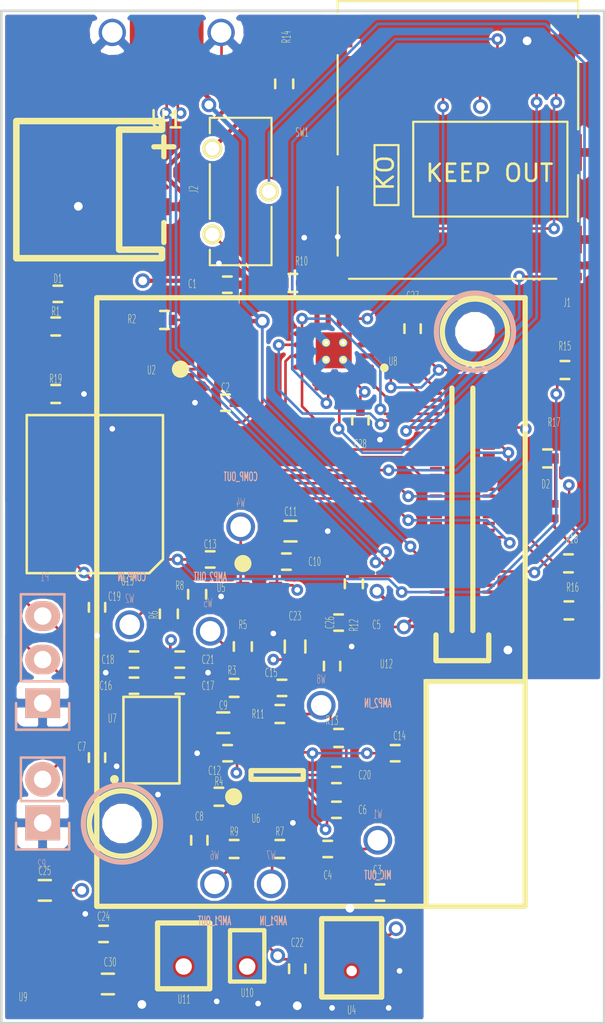
<source format=kicad_pcb>
(kicad_pcb (version 4) (host pcbnew 4.0.1-stable)
  (layers (0 F.Cu signal) (1 In1.Cu signal) (2 In2.Cu signal) (31 B.Cu signal) (34 B.Paste user) (35 F.Paste user) (36 B.SilkS user) (37 F.SilkS user) (38 B.Mask user) (39 F.Mask user) (44 Edge.Cuts user))
  (net 0 "")
  (net 1 /VBUS)
  (net 2 GND)
  (net 3 +BATT)
  (net 4 VCC)
  (net 5 "Net-(C4-Pad1)")
  (net 6 /SPU0410LR5H/MIC_OUT)
  (net 7 /SPU0410LR5H/VREF)
  (net 8 /SPU0410LR5H/MIC_AMP2_OUT)
  (net 9 /SPU0410LR5H/MIC_AMP1_OUT)
  (net 10 "Net-(C20-Pad2)")
  (net 11 +1V2)
  (net 12 "Net-(D1-Pad1)")
  (net 13 "Net-(D1-Pad2)")
  (net 14 "Net-(R2-Pad1)")
  (net 15 /D-)
  (net 16 /D+)
  (net 17 "Net-(U3-Pad5)")
  (net 18 "Net-(U3-Pad7)")
  (net 19 "Net-(U3-Pad9)")
  (net 20 "Net-(U3-Pad11)")
  (net 21 "Net-(U3-Pad13)")
  (net 22 "Net-(U3-Pad19)")
  (net 23 "Net-(U3-Pad21)")
  (net 24 "Net-(U3-Pad22)")
  (net 25 "Net-(U3-Pad23)")
  (net 26 "Net-(U3-Pad24)")
  (net 27 "Net-(U3-Pad25)")
  (net 28 "Net-(U3-Pad26)")
  (net 29 "Net-(U3-Pad28)")
  (net 30 "Net-(U3-Pad30)")
  (net 31 "Net-(U3-Pad31)")
  (net 32 "Net-(U3-Pad32)")
  (net 33 "Net-(U3-Pad34)")
  (net 34 "Net-(U3-Pad36)")
  (net 35 "Net-(U3-Pad37)")
  (net 36 "Net-(U3-Pad41)")
  (net 37 "Net-(U3-Pad43)")
  (net 38 "Net-(U3-Pad45)")
  (net 39 "Net-(U3-Pad46)")
  (net 40 "Net-(U3-Pad48)")
  (net 41 "Net-(U3-Pad50)")
  (net 42 "Net-(U3-Pad51)")
  (net 43 "Net-(U3-Pad52)")
  (net 44 "Net-(U3-Pad53)")
  (net 45 "Net-(U3-Pad54)")
  (net 46 /ADC_SCLK)
  (net 47 "Net-(U3-Pad56)")
  (net 48 "Net-(U3-Pad57)")
  (net 49 /ADC_RDY)
  (net 50 "Net-(U3-Pad61)")
  (net 51 "Net-(U3-Pad63)")
  (net 52 "Net-(U3-Pad65)")
  (net 53 "Net-(U3-Pad67)")
  (net 54 "Net-(U3-Pad69)")
  (net 55 /SPU0410LR5H/ADC_CLK)
  (net 56 "Net-(U9-Pad4)")
  (net 57 /SPU0410LR5H/MIC_AMP2_IN)
  (net 58 /SPU0410LR5H/MIC_AMP1_IN)
  (net 59 "Net-(U3-Pad15)")
  (net 60 /SD_DAT2)
  (net 61 /SD_DAT3)
  (net 62 /SD_CMD)
  (net 63 /SD_CLK)
  (net 64 /SD_DAT0)
  (net 65 /SD_DAT1)
  (net 66 /SPU0410LR5H/COMP_IN)
  (net 67 /SPU0410LR5H/ADC_IN)
  (net 68 /DCIN)
  (net 69 "Net-(U1-Pad4)")
  (net 70 "Net-(U3-Pad3)")
  (net 71 /EDISON_SD_CLK_FB)
  (net 72 /EDISON_SD_CLK)
  (net 73 /EDISON_SD_CD)
  (net 74 /EDISON_SD_CMD)
  (net 75 /EDISON_SD_DAT2)
  (net 76 /EDISON_SD_DAT0)
  (net 77 /EDISON_SD_DAT3)
  (net 78 /EDISON_SD_DAT1)
  (net 79 +1V8)
  (net 80 "Net-(R10-Pad1)")
  (net 81 "Net-(R14-Pad1)")
  (net 82 /PWRBTN)
  (net 83 /COMP_OUT)
  (net 84 /LED_G)
  (net 85 /LED_R)
  (net 86 /LED_B)
  (net 87 /EDISON_LED_R)
  (net 88 /EDISON_LED_G)
  (net 89 /EDISON_LED_B)
  (net 90 "Net-(U13-Pad10)")
  (net 91 "Net-(U13-Pad5)")
  (net 92 "Net-(U13-Pad9)")
  (net 93 "Net-(U13-Pad6)")
  (net 94 /EDI_COMP_OUT)
  (net 95 /EDI_ADC_RDY)
  (net 96 /EDI_ADC_SCLK)
  (net 97 "Net-(U3-Pad42)")
  (module Capacitors_SMD:C_0402 (layer F.Cu) (at 140.97 121.666)
    (fp_text reference C10 (at 1.651 0) (layer F.SilkS) (effects (font (size 0.508 0.254) (thickness 0.0254))))
    (fp_text value C_0.1u_0402_10V_10%_JB)
    (pad 1 smd rect (at -0.55 0) (size 0.6 0.5) (layers F.Cu F.Paste F.Mask) (net 4 VCC))
    (pad 2 smd rect (at 0.55 0) (size 0.6 0.5) (layers F.Cu F.Paste F.Mask) (net 2 GND))
  )
  (module lab11-mcu:intel_edison_compute_module (layer F.Cu) (at 131.376 136.943)
    (fp_text reference U3 (at -3.868 0.217 180) (layer F.SilkS) (effects (font (size 0.508 0.254) (thickness 0.0254))))
    (fp_text value edison_iot_module)
    (pad "" np_thru_hole circle (at 0 0) (size 2 2) (drill 2) (layers *.Cu F.SilkS))
    (pad "" np_thru_hole circle (at 20.6 -28.69) (size 2 2) (drill 2) (layers *.Cu F.SilkS))
    (pad 1 smd rect (at 21.405 -11.5) (size 0.7 0.2) (layers F.Cu F.Paste F.Mask) (net 2 GND))
    (pad 2 smd rect (at 18.325 -11.5) (size 0.7 0.2) (layers F.Cu F.Paste F.Mask) (net 3 +BATT))
    (pad 3 smd rect (at 21.405 -11.9) (size 0.7 0.2) (layers F.Cu F.Paste F.Mask) (net 70 "Net-(U3-Pad3)"))
    (pad 4 smd rect (at 18.325 -11.9) (size 0.7 0.2) (layers F.Cu F.Paste F.Mask) (net 3 +BATT))
    (pad 5 smd rect (at 21.405 -12.3) (size 0.7 0.2) (layers F.Cu F.Paste F.Mask) (net 17 "Net-(U3-Pad5)"))
    (pad 6 smd rect (at 18.325 -12.3) (size 0.7 0.2) (layers F.Cu F.Paste F.Mask) (net 3 +BATT))
    (pad 7 smd rect (at 21.405 -12.7) (size 0.7 0.2) (layers F.Cu F.Paste F.Mask) (net 18 "Net-(U3-Pad7)"))
    (pad 8 smd rect (at 18.325 -12.7) (size 0.7 0.2) (layers F.Cu F.Paste F.Mask) (net 4 VCC))
    (pad 9 smd rect (at 21.405 -13.1) (size 0.7 0.2) (layers F.Cu F.Paste F.Mask) (net 19 "Net-(U3-Pad9)"))
    (pad 10 smd rect (at 18.325 -13.1) (size 0.7 0.2) (layers F.Cu F.Paste F.Mask) (net 4 VCC))
    (pad 11 smd rect (at 21.405 -13.5) (size 0.7 0.2) (layers F.Cu F.Paste F.Mask) (net 20 "Net-(U3-Pad11)"))
    (pad 12 smd rect (at 18.325 -13.5) (size 0.7 0.2) (layers F.Cu F.Paste F.Mask) (net 79 +1V8))
    (pad 13 smd rect (at 21.405 -13.9) (size 0.7 0.2) (layers F.Cu F.Paste F.Mask) (net 21 "Net-(U3-Pad13)"))
    (pad 14 smd rect (at 18.325 -13.9) (size 0.7 0.2) (layers F.Cu F.Paste F.Mask) (net 68 /DCIN))
    (pad 15 smd rect (at 21.405 -14.3) (size 0.7 0.2) (layers F.Cu F.Paste F.Mask) (net 59 "Net-(U3-Pad15)"))
    (pad 16 smd rect (at 18.325 -14.3) (size 0.7 0.2) (layers F.Cu F.Paste F.Mask) (net 16 /D+))
    (pad 17 smd rect (at 21.405 -14.7) (size 0.7 0.2) (layers F.Cu F.Paste F.Mask) (net 82 /PWRBTN))
    (pad 18 smd rect (at 18.325 -14.7) (size 0.7 0.2) (layers F.Cu F.Paste F.Mask) (net 15 /D-))
    (pad 19 smd rect (at 21.405 -15.1) (size 0.7 0.2) (layers F.Cu F.Paste F.Mask) (net 22 "Net-(U3-Pad19)"))
    (pad 20 smd rect (at 18.325 -15.1) (size 0.7 0.2) (layers F.Cu F.Paste F.Mask) (net 1 /VBUS))
    (pad 21 smd rect (at 21.405 -15.5) (size 0.7 0.2) (layers F.Cu F.Paste F.Mask) (net 23 "Net-(U3-Pad21)"))
    (pad 22 smd rect (at 18.325 -15.5) (size 0.7 0.2) (layers F.Cu F.Paste F.Mask) (net 24 "Net-(U3-Pad22)"))
    (pad 23 smd rect (at 21.405 -15.9) (size 0.7 0.2) (layers F.Cu F.Paste F.Mask) (net 25 "Net-(U3-Pad23)"))
    (pad 24 smd rect (at 18.325 -15.9) (size 0.7 0.2) (layers F.Cu F.Paste F.Mask) (net 26 "Net-(U3-Pad24)"))
    (pad 25 smd rect (at 21.405 -16.3) (size 0.7 0.2) (layers F.Cu F.Paste F.Mask) (net 27 "Net-(U3-Pad25)"))
    (pad 26 smd rect (at 18.325 -16.3) (size 0.7 0.2) (layers F.Cu F.Paste F.Mask) (net 28 "Net-(U3-Pad26)"))
    (pad 27 smd rect (at 21.405 -16.7) (size 0.7 0.2) (layers F.Cu F.Paste F.Mask) (net 94 /EDI_COMP_OUT))
    (pad 28 smd rect (at 18.325 -16.7) (size 0.7 0.2) (layers F.Cu F.Paste F.Mask) (net 29 "Net-(U3-Pad28)"))
    (pad 29 smd rect (at 21.405 -17.1) (size 0.7 0.2) (layers F.Cu F.Paste F.Mask))
    (pad 30 smd rect (at 18.325 -17.1) (size 0.7 0.2) (layers F.Cu F.Paste F.Mask) (net 30 "Net-(U3-Pad30)"))
    (pad 31 smd rect (at 21.405 -17.5) (size 0.7 0.2) (layers F.Cu F.Paste F.Mask) (net 31 "Net-(U3-Pad31)"))
    (pad 32 smd rect (at 18.325 -17.5) (size 0.7 0.2) (layers F.Cu F.Paste F.Mask) (net 32 "Net-(U3-Pad32)"))
    (pad 33 smd rect (at 21.405 -17.9) (size 0.7 0.2) (layers F.Cu F.Paste F.Mask) (net 87 /EDISON_LED_R))
    (pad 34 smd rect (at 18.325 -17.9) (size 0.7 0.2) (layers F.Cu F.Paste F.Mask) (net 33 "Net-(U3-Pad34)"))
    (pad 35 smd rect (at 21.405 -18.3) (size 0.7 0.2) (layers F.Cu F.Paste F.Mask) (net 89 /EDISON_LED_B))
    (pad 36 smd rect (at 18.325 -18.3) (size 0.7 0.2) (layers F.Cu F.Paste F.Mask) (net 34 "Net-(U3-Pad36)"))
    (pad 37 smd rect (at 21.405 -18.7) (size 0.7 0.2) (layers F.Cu F.Paste F.Mask) (net 35 "Net-(U3-Pad37)"))
    (pad 38 smd rect (at 18.325 -18.7) (size 0.7 0.2) (layers F.Cu F.Paste F.Mask))
    (pad 39 smd rect (at 21.405 -19.1) (size 0.7 0.2) (layers F.Cu F.Paste F.Mask) (net 88 /EDISON_LED_G))
    (pad 40 smd rect (at 18.325 -19.1) (size 0.7 0.2) (layers F.Cu F.Paste F.Mask))
    (pad 41 smd rect (at 21.405 -19.5) (size 0.7 0.2) (layers F.Cu F.Paste F.Mask) (net 36 "Net-(U3-Pad41)"))
    (pad 42 smd rect (at 18.325 -19.5) (size 0.7 0.2) (layers F.Cu F.Paste F.Mask) (net 97 "Net-(U3-Pad42)"))
    (pad 43 smd rect (at 21.405 -19.9) (size 0.7 0.2) (layers F.Cu F.Paste F.Mask) (net 37 "Net-(U3-Pad43)"))
    (pad 44 smd rect (at 18.325 -19.9) (size 0.7 0.2) (layers F.Cu F.Paste F.Mask) (net 71 /EDISON_SD_CLK_FB))
    (pad 45 smd rect (at 21.405 -20.3) (size 0.7 0.2) (layers F.Cu F.Paste F.Mask) (net 38 "Net-(U3-Pad45)"))
    (pad 46 smd rect (at 18.325 -20.3) (size 0.7 0.2) (layers F.Cu F.Paste F.Mask) (net 39 "Net-(U3-Pad46)"))
    (pad 47 smd rect (at 21.405 -20.7) (size 0.7 0.2) (layers F.Cu F.Paste F.Mask) (net 95 /EDI_ADC_RDY))
    (pad 48 smd rect (at 18.325 -20.7) (size 0.7 0.2) (layers F.Cu F.Paste F.Mask) (net 40 "Net-(U3-Pad48)"))
    (pad 49 smd rect (at 21.405 -21.1) (size 0.7 0.2) (layers F.Cu F.Paste F.Mask))
    (pad 50 smd rect (at 18.325 -21.1) (size 0.7 0.2) (layers F.Cu F.Paste F.Mask) (net 41 "Net-(U3-Pad50)"))
    (pad 51 smd rect (at 21.405 -21.5) (size 0.7 0.2) (layers F.Cu F.Paste F.Mask) (net 42 "Net-(U3-Pad51)"))
    (pad 52 smd rect (at 18.325 -21.5) (size 0.7 0.2) (layers F.Cu F.Paste F.Mask) (net 43 "Net-(U3-Pad52)"))
    (pad 53 smd rect (at 21.405 -21.9) (size 0.7 0.2) (layers F.Cu F.Paste F.Mask) (net 44 "Net-(U3-Pad53)"))
    (pad 54 smd rect (at 18.325 -21.9) (size 0.7 0.2) (layers F.Cu F.Paste F.Mask) (net 45 "Net-(U3-Pad54)"))
    (pad 55 smd rect (at 21.405 -22.3) (size 0.7 0.2) (layers F.Cu F.Paste F.Mask) (net 95 /EDI_ADC_RDY))
    (pad 56 smd rect (at 18.325 -22.3) (size 0.7 0.2) (layers F.Cu F.Paste F.Mask) (net 47 "Net-(U3-Pad56)"))
    (pad 57 smd rect (at 21.405 -22.7) (size 0.7 0.2) (layers F.Cu F.Paste F.Mask) (net 48 "Net-(U3-Pad57)"))
    (pad 58 smd rect (at 18.325 -22.7) (size 0.7 0.2) (layers F.Cu F.Paste F.Mask) (net 72 /EDISON_SD_CLK))
    (pad 59 smd rect (at 21.405 -23.1) (size 0.7 0.2) (layers F.Cu F.Paste F.Mask) (net 96 /EDI_ADC_SCLK))
    (pad 60 smd rect (at 18.325 -23.1) (size 0.7 0.2) (layers F.Cu F.Paste F.Mask) (net 73 /EDISON_SD_CD))
    (pad 61 smd rect (at 21.405 -23.5) (size 0.7 0.2) (layers F.Cu F.Paste F.Mask) (net 50 "Net-(U3-Pad61)"))
    (pad 62 smd rect (at 18.325 -23.5) (size 0.7 0.2) (layers F.Cu F.Paste F.Mask) (net 74 /EDISON_SD_CMD))
    (pad 63 smd rect (at 21.405 -23.9) (size 0.7 0.2) (layers F.Cu F.Paste F.Mask) (net 51 "Net-(U3-Pad63)"))
    (pad 64 smd rect (at 18.325 -23.9) (size 0.7 0.2) (layers F.Cu F.Paste F.Mask) (net 75 /EDISON_SD_DAT2))
    (pad 65 smd rect (at 21.405 -24.3) (size 0.7 0.2) (layers F.Cu F.Paste F.Mask) (net 52 "Net-(U3-Pad65)"))
    (pad 66 smd rect (at 18.325 -24.3) (size 0.7 0.2) (layers F.Cu F.Paste F.Mask) (net 76 /EDISON_SD_DAT0))
    (pad 67 smd rect (at 21.405 -24.7) (size 0.7 0.2) (layers F.Cu F.Paste F.Mask) (net 53 "Net-(U3-Pad67)"))
    (pad 68 smd rect (at 18.325 -24.7) (size 0.7 0.2) (layers F.Cu F.Paste F.Mask) (net 77 /EDISON_SD_DAT3))
    (pad 69 smd rect (at 21.405 -25.1) (size 0.7 0.2) (layers F.Cu F.Paste F.Mask) (net 54 "Net-(U3-Pad69)"))
    (pad 70 smd rect (at 18.325 -25.1) (size 0.7 0.2) (layers F.Cu F.Paste F.Mask) (net 78 /EDISON_SD_DAT1))
  )
  (module Pin_Headers:Pin_Header_Straight_1x03 (layer B.Cu) (at 126.746 129.921)
    (fp_text reference P1 (at 0.127 -7.366) (layer B.SilkS) (effects (font (size 0.508 0.254) (thickness 0.0254)) (justify mirror)))
    (fp_text value CONN_01X03)
    (pad 1 thru_hole rect (at 0 0) (size 2.032 1.7272) (drill 1.016) (layers *.Cu *.Mask B.SilkS) (net 2 GND))
    (pad 2 thru_hole oval (at 0 -2.54) (size 2.032 1.7272) (drill 1.016) (layers *.Cu *.Mask B.SilkS) (net 49 /ADC_RDY))
    (pad 3 thru_hole oval (at 0 -5.08) (size 2.032 1.7272) (drill 1.016) (layers *.Cu *.Mask B.SilkS) (net 46 /ADC_SCLK))
  )
  (module Capacitors_SMD:C_0402 (layer F.Cu) (at 143.891 136.144)
    (fp_text reference C6 (at 1.524 0) (layer F.SilkS) (effects (font (size 0.508 0.254) (thickness 0.0254))))
    (fp_text value C_0.1u_0402_10V_10%_JB)
    (pad 1 smd rect (at -0.55 0) (size 0.6 0.5) (layers F.Cu F.Paste F.Mask) (net 7 /SPU0410LR5H/VREF))
    (pad 2 smd rect (at 0.55 0) (size 0.6 0.5) (layers F.Cu F.Paste F.Mask) (net 2 GND))
  )
  (module Capacitors_SMD:C_0402 (layer F.Cu) (at 146.431 140.97 180)
    (fp_text reference C3 (at 0.1524 1.3208 180) (layer F.SilkS) (effects (font (size 0.508 0.254) (thickness 0.0254))))
    (fp_text value C_0.1u_0402_10V_10%_JB)
    (pad 1 smd rect (at -0.55 0 180) (size 0.6 0.5) (layers F.Cu F.Paste F.Mask) (net 2 GND))
    (pad 2 smd rect (at 0.55 0 180) (size 0.6 0.5) (layers F.Cu F.Paste F.Mask) (net 4 VCC))
  )
  (module Capacitors_SMD:C_0402 (layer F.Cu) (at 137.5244 105.5116 180)
    (fp_text reference C1 (at 2.0408 0.0508 360) (layer F.SilkS) (effects (font (size 0.508 0.254) (thickness 0.0254))))
    (fp_text value C_4.7u_0402_10V_10%_X5R)
    (pad 1 smd rect (at -0.55 0 180) (size 0.6 0.5) (layers F.Cu F.Paste F.Mask) (net 1 /VBUS))
    (pad 2 smd rect (at 0.55 0 180) (size 0.6 0.5) (layers F.Cu F.Paste F.Mask) (net 2 GND))
  )
  (module Capacitors_SMD:C_0402 (layer F.Cu) (at 137.414 112.395 180)
    (fp_text reference C2 (at 0 0.889 180) (layer F.SilkS) (effects (font (size 0.508 0.254) (thickness 0.0254))))
    (fp_text value C_4.7u_0402_10V_10%_X5R)
    (pad 1 smd rect (at -0.55 0 180) (size 0.6 0.5) (layers F.Cu F.Paste F.Mask) (net 3 +BATT))
    (pad 2 smd rect (at 0.55 0 180) (size 0.6 0.5) (layers F.Cu F.Paste F.Mask) (net 2 GND))
  )
  (module Capacitors_SMD:C_0402 (layer F.Cu) (at 143.383 138.43)
    (fp_text reference C4 (at 0 1.524) (layer F.SilkS) (effects (font (size 0.508 0.254) (thickness 0.0254))))
    (fp_text value C_0.1u_0402_10V_10%_JB)
    (pad 1 smd rect (at -0.55 0) (size 0.6 0.5) (layers F.Cu F.Paste F.Mask) (net 5 "Net-(C4-Pad1)"))
    (pad 2 smd rect (at 0.55 0) (size 0.6 0.5) (layers F.Cu F.Paste F.Mask) (net 6 /SPU0410LR5H/MIC_OUT))
  )
  (module Capacitors_SMD:C_0402 (layer F.Cu) (at 144.018 125.222 180)
    (fp_text reference C5 (at -2.2098 -0.127 180) (layer F.SilkS) (effects (font (size 0.508 0.254) (thickness 0.0254))))
    (fp_text value C_0.1u_0402_10V_10%_JB)
    (pad 1 smd rect (at -0.55 0 180) (size 0.6 0.5) (layers F.Cu F.Paste F.Mask) (net 7 /SPU0410LR5H/VREF))
    (pad 2 smd rect (at 0.55 0 180) (size 0.6 0.5) (layers F.Cu F.Paste F.Mask) (net 2 GND))
  )
  (module Capacitors_SMD:C_0402 (layer F.Cu) (at 129.921 133.096 270)
    (fp_text reference C7 (at -0.635 0.889 360) (layer F.SilkS) (effects (font (size 0.508 0.254) (thickness 0.0254))))
    (fp_text value C_0.1u_0402_10V_10%_JB)
    (pad 1 smd rect (at -0.55 0 270) (size 0.6 0.5) (layers F.Cu F.Paste F.Mask) (net 4 VCC))
    (pad 2 smd rect (at 0.55 0 270) (size 0.6 0.5) (layers F.Cu F.Paste F.Mask) (net 2 GND))
  )
  (module Capacitors_SMD:C_0402 (layer F.Cu) (at 135.89 137.922 270)
    (fp_text reference C8 (at -1.397 0 360) (layer F.SilkS) (effects (font (size 0.508 0.254) (thickness 0.0254))))
    (fp_text value C_0.1u_0402_10V_10%_JB)
    (pad 1 smd rect (at -0.55 0 270) (size 0.6 0.5) (layers F.Cu F.Paste F.Mask) (net 67 /SPU0410LR5H/ADC_IN))
    (pad 2 smd rect (at 0.55 0 270) (size 0.6 0.5) (layers F.Cu F.Paste F.Mask) (net 2 GND))
  )
  (module Capacitors_SMD:C_0603 (layer F.Cu) (at 137.287 131.064 180)
    (fp_text reference C9 (at 0 1.016 180) (layer F.SilkS) (effects (font (size 0.508 0.254) (thickness 0.0254))))
    (fp_text value C_10u_0603_10V_10%_JB)
    (pad 1 smd rect (at -0.75 0 180) (size 0.8 0.75) (layers F.Cu F.Paste F.Mask) (net 4 VCC))
    (pad 2 smd rect (at 0.75 0 180) (size 0.8 0.75) (layers F.Cu F.Paste F.Mask) (net 2 GND))
  )
  (module Capacitors_SMD:C_0603 (layer F.Cu) (at 141.212 119.888)
    (fp_text reference C11 (at 0.012 -1.143) (layer F.SilkS) (effects (font (size 0.508 0.254) (thickness 0.0254))))
    (fp_text value C_10u_0603_10V_10%_JB)
    (pad 1 smd rect (at -0.75 0) (size 0.8 0.75) (layers F.Cu F.Paste F.Mask) (net 4 VCC))
    (pad 2 smd rect (at 0.75 0) (size 0.8 0.75) (layers F.Cu F.Paste F.Mask) (net 2 GND))
  )
  (module Capacitors_SMD:C_0402 (layer F.Cu) (at 137.541 132.842 180)
    (fp_text reference C12 (at 0.762 -1.016 180) (layer F.SilkS) (effects (font (size 0.508 0.254) (thickness 0.0254))))
    (fp_text value C_0.1u_0402_10V_10%_JB)
    (pad 1 smd rect (at -0.55 0 180) (size 0.6 0.5) (layers F.Cu F.Paste F.Mask) (net 4 VCC))
    (pad 2 smd rect (at 0.55 0 180) (size 0.6 0.5) (layers F.Cu F.Paste F.Mask) (net 2 GND))
  )
  (module Capacitors_SMD:C_0402 (layer F.Cu) (at 147.32 132.842)
    (fp_text reference C14 (at 0.254 -1.016) (layer F.SilkS) (effects (font (size 0.508 0.254) (thickness 0.0254))))
    (fp_text value C_0.1u_0402_10V_10%_JB)
    (pad 1 smd rect (at -0.55 0) (size 0.6 0.5) (layers F.Cu F.Paste F.Mask) (net 7 /SPU0410LR5H/VREF))
    (pad 2 smd rect (at 0.55 0) (size 0.6 0.5) (layers F.Cu F.Paste F.Mask) (net 2 GND))
  )
  (module Capacitors_SMD:C_0402 (layer F.Cu) (at 140.716 129.032 180)
    (fp_text reference C15 (at 0.635 0.889 180) (layer F.SilkS) (effects (font (size 0.508 0.254) (thickness 0.0254))))
    (fp_text value C_47p_0402_1%_C0G,NP0)
    (pad 1 smd rect (at -0.55 0 180) (size 0.6 0.5) (layers F.Cu F.Paste F.Mask) (net 57 /SPU0410LR5H/MIC_AMP2_IN))
    (pad 2 smd rect (at 0.55 0 180) (size 0.6 0.5) (layers F.Cu F.Paste F.Mask) (net 8 /SPU0410LR5H/MIC_AMP2_OUT))
  )
  (module Capacitors_SMD:C_0402 (layer F.Cu) (at 132.08 128.905 180)
    (fp_text reference C16 (at 1.651 0 180) (layer F.SilkS) (effects (font (size 0.508 0.254) (thickness 0.0254))))
    (fp_text value C_0.1u_0402_10V_10%_JB)
    (pad 1 smd rect (at -0.55 0 180) (size 0.6 0.5) (layers F.Cu F.Paste F.Mask) (net 4 VCC))
    (pad 2 smd rect (at 0.55 0 180) (size 0.6 0.5) (layers F.Cu F.Paste F.Mask) (net 2 GND))
  )
  (module Capacitors_SMD:C_0402 (layer F.Cu) (at 134.747 128.905)
    (fp_text reference C17 (at 1.651 0) (layer F.SilkS) (effects (font (size 0.508 0.254) (thickness 0.0254))))
    (fp_text value C_0.1u_0402_10V_10%_JB)
    (pad 1 smd rect (at -0.55 0) (size 0.6 0.5) (layers F.Cu F.Paste F.Mask) (net 4 VCC))
    (pad 2 smd rect (at 0.55 0) (size 0.6 0.5) (layers F.Cu F.Paste F.Mask) (net 2 GND))
  )
  (module Capacitors_SMD:C_0402 (layer F.Cu) (at 132.08 127.381 180)
    (fp_text reference C18 (at 1.524 0 180) (layer F.SilkS) (effects (font (size 0.508 0.254) (thickness 0.0254))))
    (fp_text value C_2.2u_0402_10V_10%_JB)
    (pad 1 smd rect (at -0.55 0 180) (size 0.6 0.5) (layers F.Cu F.Paste F.Mask) (net 4 VCC))
    (pad 2 smd rect (at 0.55 0 180) (size 0.6 0.5) (layers F.Cu F.Paste F.Mask) (net 2 GND))
  )
  (module Capacitors_SMD:C_0402 (layer F.Cu) (at 143.891 134.112)
    (fp_text reference C20 (at 1.651 0) (layer F.SilkS) (effects (font (size 0.508 0.254) (thickness 0.0254))))
    (fp_text value C_47p_0402_1%_C0G,NP0)
    (pad 1 smd rect (at -0.55 0) (size 0.6 0.5) (layers F.Cu F.Paste F.Mask) (net 9 /SPU0410LR5H/MIC_AMP1_OUT))
    (pad 2 smd rect (at 0.55 0) (size 0.6 0.5) (layers F.Cu F.Paste F.Mask) (net 10 "Net-(C20-Pad2)"))
  )
  (module Capacitors_SMD:C_0402 (layer F.Cu) (at 134.747 127.381)
    (fp_text reference C21 (at 1.651 0) (layer F.SilkS) (effects (font (size 0.508 0.254) (thickness 0.0254))))
    (fp_text value C_2.2u_0402_10V_10%_JB)
    (pad 1 smd rect (at -0.55 0) (size 0.6 0.5) (layers F.Cu F.Paste F.Mask) (net 4 VCC))
    (pad 2 smd rect (at 0.55 0) (size 0.6 0.5) (layers F.Cu F.Paste F.Mask) (net 2 GND))
  )
  (module Capacitors_SMD:C_0402 (layer F.Cu) (at 141.605 145.415 270)
    (fp_text reference C22 (at -1.524 0 360) (layer F.SilkS) (effects (font (size 0.508 0.254) (thickness 0.0254))))
    (fp_text value C_0.1u_0402_10V_10%_JB)
    (pad 1 smd rect (at -0.55 0 270) (size 0.6 0.5) (layers F.Cu F.Paste F.Mask) (net 4 VCC))
    (pad 2 smd rect (at 0.55 0 270) (size 0.6 0.5) (layers F.Cu F.Paste F.Mask) (net 2 GND))
  )
  (module Capacitors_SMD:C_0603 (layer F.Cu) (at 141.478 126.619 90)
    (fp_text reference C23 (at 1.778 0 180) (layer F.SilkS) (effects (font (size 0.508 0.254) (thickness 0.0254))))
    (fp_text value C_10u_0603_10V_10%_JB)
    (pad 1 smd rect (at -0.75 0 90) (size 0.8 0.75) (layers F.Cu F.Paste F.Mask) (net 4 VCC))
    (pad 2 smd rect (at 0.75 0 90) (size 0.8 0.75) (layers F.Cu F.Paste F.Mask) (net 2 GND))
  )
  (module Capacitors_SMD:C_0402 (layer F.Cu) (at 130.302 143.383 180)
    (fp_text reference C24 (at 0 1.016 360) (layer F.SilkS) (effects (font (size 0.508 0.254) (thickness 0.0254))))
    (fp_text value C_0.1u_0402_10V_10%_JB)
    (pad 1 smd rect (at -0.55 0 180) (size 0.6 0.5) (layers F.Cu F.Paste F.Mask) (net 11 +1V2))
    (pad 2 smd rect (at 0.55 0 180) (size 0.6 0.5) (layers F.Cu F.Paste F.Mask) (net 2 GND))
  )
  (module Capacitors_SMD:C_0603 (layer F.Cu) (at 126.873 140.843 180)
    (fp_text reference C25 (at 0 1.143 180) (layer F.SilkS) (effects (font (size 0.508 0.254) (thickness 0.0254))))
    (fp_text value C_1u_0402_10V_10%_JB)
    (pad 1 smd rect (at -0.75 0 180) (size 0.8 0.75) (layers F.Cu F.Paste F.Mask) (net 4 VCC))
    (pad 2 smd rect (at 0.75 0 180) (size 0.8 0.75) (layers F.Cu F.Paste F.Mask) (net 2 GND))
  )
  (module Capacitors_SMD:C_0402 (layer F.Cu) (at 143.637 127.762 90)
    (fp_text reference C26 (at 2.54 -0.127 90) (layer F.SilkS) (effects (font (size 0.508 0.254) (thickness 0.0254))))
    (fp_text value C_0.1u_0402_10V_10%_JB)
    (pad 1 smd rect (at -0.55 0 90) (size 0.6 0.5) (layers F.Cu F.Paste F.Mask) (net 4 VCC))
    (pad 2 smd rect (at 0.55 0 90) (size 0.6 0.5) (layers F.Cu F.Paste F.Mask) (net 2 GND))
  )
  (module Capacitors_SMD:C_0603 (layer F.Cu) (at 130.556 146.304)
    (fp_text reference C30 (at 0.127 -1.27) (layer F.SilkS) (effects (font (size 0.508 0.254) (thickness 0.0254))))
    (fp_text value C_1u_0402_10V_10%_JB)
    (pad 1 smd rect (at -0.75 0) (size 0.8 0.75) (layers F.Cu F.Paste F.Mask) (net 11 +1V2))
    (pad 2 smd rect (at 0.75 0) (size 0.8 0.75) (layers F.Cu F.Paste F.Mask) (net 2 GND))
  )
  (module Capacitors_SMD:C_0402 (layer F.Cu) (at 127.635 106.045)
    (fp_text reference D1 (at 0 -0.889) (layer F.SilkS) (effects (font (size 0.508 0.254) (thickness 0.0254))))
    (fp_text value LED_GREEN_0402_20mA)
    (pad 1 smd rect (at -0.55 0) (size 0.6 0.5) (layers F.Cu F.Paste F.Mask) (net 12 "Net-(D1-Pad1)"))
    (pad 2 smd rect (at 0.55 0) (size 0.6 0.5) (layers F.Cu F.Paste F.Mask) (net 13 "Net-(D1-Pad2)"))
  )
  (module Resistors_SMD:R_0402 (layer F.Cu) (at 127.508 107.95 180)
    (fp_text reference R1 (at 0 0.889 360) (layer F.SilkS) (effects (font (size 0.508 0.254) (thickness 0.0254))))
    (fp_text value R_1K_0402_1%,100ppm/c,0.2W)
    (pad 1 smd rect (at -0.45 0 180) (size 0.4 0.6) (layers F.Cu F.Paste F.Mask) (net 1 /VBUS))
    (pad 2 smd rect (at 0.45 0 180) (size 0.4 0.6) (layers F.Cu F.Paste F.Mask) (net 12 "Net-(D1-Pad1)"))
  )
  (module Resistors_SMD:R_0402 (layer F.Cu) (at 133.858 107.569 180)
    (fp_text reference R2 (at 1.905 0.0508 360) (layer F.SilkS) (effects (font (size 0.508 0.254) (thickness 0.0254))))
    (fp_text value R_2K_0402_1%,100ppm/c,0.1W)
    (pad 1 smd rect (at -0.45 0 180) (size 0.4 0.6) (layers F.Cu F.Paste F.Mask) (net 14 "Net-(R2-Pad1)"))
    (pad 2 smd rect (at 0.45 0 180) (size 0.4 0.6) (layers F.Cu F.Paste F.Mask) (net 2 GND))
  )
  (module Resistors_SMD:R_0402 (layer F.Cu) (at 137.922 129.032 180)
    (fp_text reference R3 (at 0.127 1.016 180) (layer F.SilkS) (effects (font (size 0.508 0.254) (thickness 0.0254))))
    (fp_text value R_0_0402_.1W)
    (pad 1 smd rect (at -0.45 0 180) (size 0.4 0.6) (layers F.Cu F.Paste F.Mask) (net 8 /SPU0410LR5H/MIC_AMP2_OUT))
    (pad 2 smd rect (at 0.45 0 180) (size 0.4 0.6) (layers F.Cu F.Paste F.Mask) (net 67 /SPU0410LR5H/ADC_IN))
  )
  (module Resistors_SMD:R_0402 (layer F.Cu) (at 137.033 135.382)
    (fp_text reference R4 (at 0 -0.889 180) (layer F.SilkS) (effects (font (size 0.508 0.254) (thickness 0.0254))))
    (fp_text value R_0_0402_.1W)
    (pad 1 smd rect (at -0.45 0) (size 0.4 0.6) (layers F.Cu F.Paste F.Mask) (net 67 /SPU0410LR5H/ADC_IN))
    (pad 2 smd rect (at 0.45 0) (size 0.4 0.6) (layers F.Cu F.Paste F.Mask) (net 9 /SPU0410LR5H/MIC_AMP1_OUT))
  )
  (module Resistors_SMD:R_0402 (layer F.Cu) (at 138.43 126.619 90)
    (fp_text reference R5 (at 1.27 0 180) (layer F.SilkS) (effects (font (size 0.508 0.254) (thickness 0.0254))))
    (fp_text value R_0_0402_.1W)
    (pad 1 smd rect (at -0.45 0 90) (size 0.4 0.6) (layers F.Cu F.Paste F.Mask) (net 8 /SPU0410LR5H/MIC_AMP2_OUT))
    (pad 2 smd rect (at 0.45 0 90) (size 0.4 0.6) (layers F.Cu F.Paste F.Mask) (net 66 /SPU0410LR5H/COMP_IN))
  )
  (module Resistors_SMD:R_0402 (layer F.Cu) (at 134.112 124.714 270)
    (fp_text reference R6 (at 0.058 0.889 450) (layer F.SilkS) (effects (font (size 0.508 0.254) (thickness 0.0254))))
    (fp_text value R_0_0402_.1W)
    (pad 1 smd rect (at -0.45 0 270) (size 0.4 0.6) (layers F.Cu F.Paste F.Mask) (net 66 /SPU0410LR5H/COMP_IN))
    (pad 2 smd rect (at 0.45 0 270) (size 0.4 0.6) (layers F.Cu F.Paste F.Mask) (net 2 GND))
  )
  (module Resistors_SMD:R_0402 (layer F.Cu) (at 140.589 138.43 180)
    (fp_text reference R7 (at 0 1.016 180) (layer F.SilkS) (effects (font (size 0.508 0.254) (thickness 0.0254))))
    (fp_text value R_100K_0402_0.5%,25ppm/c,0.063W)
    (pad 1 smd rect (at -0.45 0 180) (size 0.4 0.6) (layers F.Cu F.Paste F.Mask) (net 5 "Net-(C4-Pad1)"))
    (pad 2 smd rect (at 0.45 0 180) (size 0.4 0.6) (layers F.Cu F.Paste F.Mask) (net 58 /SPU0410LR5H/MIC_AMP1_IN))
  )
  (module Resistors_SMD:R_0402 (layer F.Cu) (at 135.763 123.571 90)
    (fp_text reference R8 (at 0.508 -1.016 180) (layer F.SilkS) (effects (font (size 0.508 0.254) (thickness 0.0254))))
    (fp_text value R_0_0402_.1W)
    (pad 1 smd rect (at -0.45 0 90) (size 0.4 0.6) (layers F.Cu F.Paste F.Mask) (net 66 /SPU0410LR5H/COMP_IN))
    (pad 2 smd rect (at 0.45 0 90) (size 0.4 0.6) (layers F.Cu F.Paste F.Mask) (net 83 /COMP_OUT))
  )
  (module Resistors_SMD:R_0402 (layer F.Cu) (at 137.922 138.43 180)
    (fp_text reference R9 (at 0 1.016 180) (layer F.SilkS) (effects (font (size 0.508 0.254) (thickness 0.0254))))
    (fp_text value R_100K_0402_0.5%,25ppm/c,0.063W)
    (pad 1 smd rect (at -0.45 0 180) (size 0.4 0.6) (layers F.Cu F.Paste F.Mask) (net 58 /SPU0410LR5H/MIC_AMP1_IN))
    (pad 2 smd rect (at 0.45 0 180) (size 0.4 0.6) (layers F.Cu F.Paste F.Mask) (net 9 /SPU0410LR5H/MIC_AMP1_OUT))
  )
  (module Resistors_SMD:R_0402 (layer F.Cu) (at 140.589 130.556)
    (fp_text reference R11 (at -1.27 0 180) (layer F.SilkS) (effects (font (size 0.508 0.254) (thickness 0.0254))))
    (fp_text value R_220K_0402_1%,100ppm/c,0.063W)
    (pad 1 smd rect (at -0.45 0) (size 0.4 0.6) (layers F.Cu F.Paste F.Mask) (net 8 /SPU0410LR5H/MIC_AMP2_OUT))
    (pad 2 smd rect (at 0.45 0) (size 0.4 0.6) (layers F.Cu F.Paste F.Mask) (net 57 /SPU0410LR5H/MIC_AMP2_IN))
  )
  (module Resistors_SMD:R_0402 (layer F.Cu) (at 144.018 131.953)
    (fp_text reference R13 (at -0.381 -1.016) (layer F.SilkS) (effects (font (size 0.508 0.254) (thickness 0.0254))))
    (fp_text value R_220K_0402_1%,100ppm/c,0.063W)
    (pad 1 smd rect (at -0.45 0) (size 0.4 0.6) (layers F.Cu F.Paste F.Mask) (net 57 /SPU0410LR5H/MIC_AMP2_IN))
    (pad 2 smd rect (at 0.45 0) (size 0.4 0.6) (layers F.Cu F.Paste F.Mask) (net 10 "Net-(C20-Pad2)"))
  )
  (module lab11-ic:SOT-23-5 (layer F.Cu) (at 136.0576 110.4392)
    (fp_text reference U2 (at -2.9616 0.0508) (layer F.SilkS) (effects (font (size 0.508 0.254) (thickness 0.0254))))
    (fp_text value MCP73831T-2ACI/OT)
    (pad 1 smd rect (at 0 0) (size 0.6 1.1) (layers F.Cu F.Paste F.Mask) (net 13 "Net-(D1-Pad2)"))
    (pad 2 smd rect (at 0.95 0) (size 0.6 1.1) (layers F.Cu F.Paste F.Mask) (net 2 GND))
    (pad 3 smd rect (at 1.9 0) (size 0.6 1.1) (layers F.Cu F.Paste F.Mask) (net 3 +BATT))
    (pad 4 smd rect (at 1.9 -2.8) (size 0.6 1.1) (layers F.Cu F.Paste F.Mask) (net 1 /VBUS))
    (pad 5 smd rect (at 0 -2.8) (size 0.6 1.1) (layers F.Cu F.Paste F.Mask) (net 14 "Net-(R2-Pad1)"))
  )
  (module lab11-ic:SC-70-5 (layer F.Cu) (at 138.435 123.048 270)
    (fp_text reference U5 (at 0.142 1.275 540) (layer F.SilkS) (effects (font (size 0.508 0.254) (thickness 0.0254))))
    (fp_text value TS881)
    (pad 1 smd rect (at 0 0 270) (size 0.42 0.77) (layers F.Cu F.Paste F.Mask) (net 83 /COMP_OUT))
    (pad 2 smd rect (at 0.65 0 270) (size 0.42 0.77) (layers F.Cu F.Paste F.Mask) (net 2 GND))
    (pad 3 smd rect (at 1.3 0 270) (size 0.42 0.77) (layers F.Cu F.Paste F.Mask) (net 66 /SPU0410LR5H/COMP_IN))
    (pad 4 smd rect (at 1.3 -1.9 270) (size 0.42 0.77) (layers F.Cu F.Paste F.Mask) (net 7 /SPU0410LR5H/VREF))
    (pad 5 smd rect (at 0 -1.9 270) (size 0.42 0.77) (layers F.Cu F.Paste F.Mask) (net 4 VCC))
  )
  (module lab11-ic:SOT-23-8 (layer F.Cu) (at 139.416 135.382)
    (fp_text reference U6 (at -0.224 1.27) (layer F.SilkS) (effects (font (size 0.508 0.254) (thickness 0.0254))))
    (fp_text value MIC863)
    (pad 1 smd rect (at 0 0) (size 0.48 0.99) (layers F.Cu F.Paste F.Mask) (net 9 /SPU0410LR5H/MIC_AMP1_OUT))
    (pad 2 smd rect (at 0.65 0) (size 0.48 0.99) (layers F.Cu F.Paste F.Mask) (net 58 /SPU0410LR5H/MIC_AMP1_IN))
    (pad 3 smd rect (at 1.3 0) (size 0.48 0.99) (layers F.Cu F.Paste F.Mask) (net 7 /SPU0410LR5H/VREF))
    (pad 4 smd rect (at 1.95 0) (size 0.48 0.99) (layers F.Cu F.Paste F.Mask) (net 2 GND))
    (pad 5 smd rect (at 1.95 -2.59) (size 0.48 0.99) (layers F.Cu F.Paste F.Mask) (net 7 /SPU0410LR5H/VREF))
    (pad 6 smd rect (at 1.3 -2.59) (size 0.48 0.99) (layers F.Cu F.Paste F.Mask) (net 57 /SPU0410LR5H/MIC_AMP2_IN))
    (pad 7 smd rect (at 0.65 -2.59) (size 0.48 0.99) (layers F.Cu F.Paste F.Mask) (net 8 /SPU0410LR5H/MIC_AMP2_OUT))
    (pad 8 smd rect (at 0 -2.59) (size 0.48 0.99) (layers F.Cu F.Paste F.Mask) (net 4 VCC))
  )
  (module lab11-ic:ISL60002 (layer F.Cu) (at 144.785 130.048)
    (fp_text reference U12 (at 2.027 -2.413 180) (layer F.SilkS) (effects (font (size 0.508 0.254) (thickness 0.0254))))
    (fp_text value ISL60002CIH312Z-TK)
    (pad 1 smd rect (at 0 0) (size 0.6 1.25) (layers F.Cu F.Paste F.Mask) (net 4 VCC))
    (pad 2 smd rect (at 1.9 0) (size 0.6 1.25) (layers F.Cu F.Paste F.Mask) (net 7 /SPU0410LR5H/VREF))
    (pad 3 smd rect (at 0.95 -2.15) (size 0.6 1.25) (layers F.Cu F.Paste F.Mask) (net 2 GND))
  )
  (module lab11-connectors:Testpoint (layer B.Cu) (at 146.304 137.922)
    (fp_text reference W1 (at 0 -1.524) (layer B.SilkS) (effects (font (size 0.508 0.254) (thickness 0.0254)) (justify mirror)))
    (fp_text value TEST_1P)
    (pad 1 thru_hole circle (at 0 0) (size 1.68 1.68) (drill 1.2) (layers *.Cu *.Mask) (net 6 /SPU0410LR5H/MIC_OUT))
  )
  (module lab11-connectors:Testpoint (layer B.Cu) (at 131.826 125.349)
    (fp_text reference W2 (at 0 -1.524) (layer B.SilkS) (effects (font (size 0.508 0.254) (thickness 0.0254)) (justify mirror)))
    (fp_text value TEST_1P)
    (pad 1 thru_hole circle (at 0 0) (size 1.68 1.68) (drill 1.2) (layers *.Cu *.Mask) (net 66 /SPU0410LR5H/COMP_IN))
  )
  (module lab11-connectors:Testpoint (layer B.Cu) (at 138.303 119.634)
    (fp_text reference W4 (at 0 -1.397) (layer B.SilkS) (effects (font (size 0.508 0.254) (thickness 0.0254)) (justify mirror)))
    (fp_text value TEST_1P)
    (pad 1 thru_hole circle (at 0 0) (size 1.68 1.68) (drill 1.2) (layers *.Cu *.Mask) (net 83 /COMP_OUT))
  )
  (module lab11-connectors:Testpoint (layer B.Cu) (at 136.525 125.73)
    (fp_text reference W5 (at -0.127 -1.651) (layer B.SilkS) (effects (font (size 0.508 0.254) (thickness 0.0254)) (justify mirror)))
    (fp_text value TEST_1P)
    (pad 1 thru_hole circle (at 0 0) (size 1.68 1.68) (drill 1.2) (layers *.Cu *.Mask) (net 8 /SPU0410LR5H/MIC_AMP2_OUT))
  )
  (module lab11-connectors:Testpoint (layer B.Cu) (at 136.779 140.462)
    (fp_text reference W6 (at 0 -1.651) (layer B.SilkS) (effects (font (size 0.508 0.254) (thickness 0.0254)) (justify mirror)))
    (fp_text value TEST_1P)
    (pad 1 thru_hole circle (at 0 0) (size 1.68 1.68) (drill 1.2) (layers *.Cu *.Mask) (net 9 /SPU0410LR5H/MIC_AMP1_OUT))
  )
  (module lab11-connectors:Testpoint (layer F.Cu) (at 140.081 140.462)
    (fp_text reference W7 (at 0 -1.651) (layer B.SilkS) (effects (font (size 0.508 0.254) (thickness 0.0254)) (justify mirror)))
    (fp_text value TEST_1P)
    (pad 1 thru_hole circle (at 0 0) (size 1.68 1.68) (drill 1.2) (layers *.Cu *.Mask) (net 58 /SPU0410LR5H/MIC_AMP1_IN))
  )
  (module lab11-connectors:Testpoint (layer B.Cu) (at 143.002 130.048)
    (fp_text reference W8 (at 0 -1.524) (layer B.SilkS) (effects (font (size 0.508 0.254) (thickness 0.0254)) (justify mirror)))
    (fp_text value TEST_1P)
    (pad 1 thru_hole circle (at 0 0) (size 1.68 1.68) (drill 1.2) (layers *.Cu *.Mask) (net 57 /SPU0410LR5H/MIC_AMP2_IN))
  )
  (module lab11-ic:uSOP-10 (layer F.Cu) (at 133.096 132.08)
    (fp_text reference U7 (at -2.286 -1.27 180) (layer F.SilkS) (effects (font (size 0.508 0.254) (thickness 0.0254))))
    (fp_text value MAX11205)
    (pad 10 smd rect (at -1 -1.525) (size 0.27 1) (layers F.Cu F.Paste F.Mask) (net 55 /SPU0410LR5H/ADC_CLK))
    (pad 1 smd rect (at -1 1.525) (size 0.27 1) (layers F.Cu F.Paste F.Mask) (net 2 GND))
    (pad 9 smd rect (at -0.5 -1.525) (size 0.27 1) (layers F.Cu F.Paste F.Mask) (net 46 /ADC_SCLK))
    (pad 2 smd rect (at -0.5 1.525) (size 0.27 1) (layers F.Cu F.Paste F.Mask) (net 4 VCC))
    (pad 8 smd rect (at 0 -1.525) (size 0.27 1) (layers F.Cu F.Paste F.Mask) (net 49 /ADC_RDY))
    (pad 3 smd rect (at 0 1.525) (size 0.27 1) (layers F.Cu F.Paste F.Mask) (net 2 GND))
    (pad 7 smd rect (at 0.5 -1.525) (size 0.27 1) (layers F.Cu F.Paste F.Mask) (net 4 VCC))
    (pad 4 smd rect (at 0.5 1.525) (size 0.27 1) (layers F.Cu F.Paste F.Mask) (net 2 GND))
    (pad 6 smd rect (at 1 -1.525) (size 0.27 1) (layers F.Cu F.Paste F.Mask) (net 4 VCC))
    (pad 5 smd rect (at 1 1.525) (size 0.27 1) (layers F.Cu F.Paste F.Mask) (net 67 /SPU0410LR5H/ADC_IN))
  )
  (module lab11-ic:TSOT-5 (layer F.Cu) (at 127.569 143.383 180)
    (fp_text reference U9 (at 1.966 -3.683 180) (layer F.SilkS) (effects (font (size 0.508 0.254) (thickness 0.0254))))
    (fp_text value ADP160AUJZ-1.2-R7)
    (pad 1 smd rect (at 0 0 180) (size 0.5 1.2) (layers F.Cu F.Paste F.Mask) (net 4 VCC))
    (pad 2 smd rect (at 0.95 0 180) (size 0.5 1.2) (layers F.Cu F.Paste F.Mask) (net 2 GND))
    (pad 3 smd rect (at 1.9 0 180) (size 0.5 1.2) (layers F.Cu F.Paste F.Mask) (net 4 VCC))
    (pad 4 smd rect (at 1.9 -2.35 180) (size 0.5 1.2) (layers F.Cu F.Paste F.Mask) (net 56 "Net-(U9-Pad4)"))
    (pad 5 smd rect (at 0 -2.35 180) (size 0.5 1.2) (layers F.Cu F.Paste F.Mask) (net 11 +1V2))
  )
  (module Resistors_SMD:R_0402 (layer F.Cu) (at 144.907 122.9614 270)
    (fp_text reference R12 (at 2.413 0 270) (layer F.SilkS) (effects (font (size 0.508 0.254) (thickness 0.0254))))
    (fp_text value R_0_0402_.1W)
    (pad 1 smd rect (at -0.45 0 270) (size 0.4 0.6) (layers F.Cu F.Paste F.Mask) (net 68 /DCIN))
    (pad 2 smd rect (at 0.45 0 270) (size 0.4 0.6) (layers F.Cu F.Paste F.Mask) (net 3 +BATT))
  )
  (module lab11-switches:CL-SB-12C (layer F.Cu) (at 138.303 100.076 90)
    (fp_text reference SW1 (at 3.4544 3.5814 180) (layer F.SilkS) (effects (font (size 0.508 0.254) (thickness 0.0254))))
    (fp_text value CL-SB_13C)
    (pad C thru_hole circle (at 0 1.65 90) (size 1.15 1.15) (drill 0.8) (layers *.Cu *.Mask F.SilkS) (net 82 /PWRBTN))
    (pad 1 thru_hole circle (at -2.5 -1.65 90) (size 1.15 1.15) (drill 0.8) (layers *.Cu *.Mask F.SilkS) (net 80 "Net-(R10-Pad1)"))
    (pad 2 thru_hole circle (at 2.5 -1.65 90) (size 1.15 1.15) (drill 0.8) (layers *.Cu *.Mask F.SilkS) (net 81 "Net-(R14-Pad1)"))
  )
  (module lab11-connectors:CONN_JST-2_SMD_SIDE (layer F.Cu) (at 125.21184 99.96678 270)
    (fp_text reference J2 (at -0.01 -10.35 270) (layer F.SilkS) (effects (font (size 0.508 0.254) (thickness 0.0254))))
    (fp_text value JST_2_CONN_SIDE)
    (fp_text user - (at 2.49936 -8.49884 270) (layer F.SilkS) (effects (font (thickness 0.3048))))
    (fp_text user + (at -2.49936 -8.49884 270) (layer F.SilkS) (effects (font (thickness 0.3048))))
    (pad "" smd rect (at -3.34772 -1.69926 270) (size 1.4986 3.39598) (layers F.Cu F.Paste F.Mask))
    (pad 1 smd rect (at -0.99822 -7.24916 270) (size 0.99568 3.49758) (layers F.Cu F.Paste F.Mask) (net 3 +BATT))
    (pad 2 smd rect (at 0.99822 -7.24916 270) (size 0.99568 3.49758) (layers F.Cu F.Paste F.Mask) (net 2 GND))
    (pad "" smd rect (at 3.34772 -1.69926 270) (size 1.4986 3.39598) (layers F.Cu F.Paste F.Mask))
  )
  (module lab11-ic:TQFN-16-4x4mm (layer F.Cu) (at 143.7334 109.3428 180)
    (fp_text reference U8 (at -3.4596 -0.6392 180) (layer F.SilkS) (effects (font (size 0.508 0.254) (thickness 0.0254))))
    (fp_text value MAX13035E)
    (pad 1 smd oval (at -1.85 -0.975 270) (size 0.3 1) (layers F.Cu F.Paste F.Mask) (net 76 /EDISON_SD_DAT0))
    (pad 2 smd oval (at -1.85 -0.325 270) (size 0.3 1) (layers F.Cu F.Paste F.Mask) (net 79 +1V8))
    (pad 3 smd oval (at -1.85 0.325 270) (size 0.3 1) (layers F.Cu F.Paste F.Mask) (net 77 /EDISON_SD_DAT3))
    (pad 4 smd oval (at -1.85 0.975 270) (size 0.3 1) (layers F.Cu F.Paste F.Mask) (net 78 /EDISON_SD_DAT1))
    (pad 5 smd oval (at -0.975 1.85 180) (size 0.3 1) (layers F.Cu F.Paste F.Mask) (net 61 /SD_DAT3))
    (pad 12 smd oval (at 1.85 -0.975 270) (size 0.3 1) (layers F.Cu F.Paste F.Mask) (net 72 /EDISON_SD_CLK))
    (pad 16 smd oval (at -0.975 -1.85) (size 0.3 1) (layers F.Cu F.Paste F.Mask) (net 4 VCC))
    (pad 6 smd oval (at -0.325 1.85 180) (size 0.3 1) (layers F.Cu F.Paste F.Mask) (net 65 /SD_DAT1))
    (pad 7 smd oval (at 0.325 1.85 180) (size 0.3 1) (layers F.Cu F.Paste F.Mask) (net 60 /SD_DAT2))
    (pad 8 smd oval (at 0.975 1.85 180) (size 0.3 1) (layers F.Cu F.Paste F.Mask) (net 62 /SD_CMD))
    (pad 11 smd oval (at 1.85 -0.325 270) (size 0.3 1) (layers F.Cu F.Paste F.Mask) (net 71 /EDISON_SD_CLK_FB))
    (pad 10 smd oval (at 1.85 0.325 270) (size 0.3 1) (layers F.Cu F.Paste F.Mask) (net 74 /EDISON_SD_CMD))
    (pad 9 smd oval (at 1.85 0.975 270) (size 0.3 1) (layers F.Cu F.Paste F.Mask) (net 75 /EDISON_SD_DAT2))
    (pad 15 smd oval (at -0.325 -1.85) (size 0.3 1) (layers F.Cu F.Paste F.Mask) (net 64 /SD_DAT0))
    (pad 14 smd oval (at 0.325 -1.85) (size 0.3 1) (layers F.Cu F.Paste F.Mask) (net 63 /SD_CLK))
    (pad 13 smd oval (at 0.975 -1.85) (size 0.3 1) (layers F.Cu F.Paste F.Mask) (net 2 GND))
    (pad 17 smd rect (at 0 0) (size 2.1 2.1) (layers F.Cu F.Paste) (net 2 GND))
    (pad 17 thru_hole circle (at -0.55 -0.55) (size 0.457 0.457) (drill 0.203) (layers *.Cu F.SilkS) (net 2 GND))
    (pad 17 thru_hole circle (at 0.45 -0.55) (size 0.457 0.457) (drill 0.203) (layers *.Cu F.SilkS) (net 2 GND))
    (pad 17 thru_hole circle (at -0.55 0.45) (size 0.457 0.457) (drill 0.203) (layers *.Cu F.SilkS) (net 2 GND))
    (pad 17 thru_hole circle (at 0.45 0.45) (size 0.457 0.457) (drill 0.203) (layers *.Cu F.SilkS) (net 2 GND))
  )
  (module lab11-connectors:2201778-1 (layer F.Cu) (at 152.823 93.918 180)
    (fp_text reference J1 (at -4.53 -12.635 180) (layer F.SilkS) (effects (font (size 0.508 0.254) (thickness 0.0254))))
    (fp_text value MicroSD)
    (fp_text user KO (at 6.1 -5.08 270) (layer F.SilkS))
    (fp_text user "KEEP OUT" (at 0 -5.08 180) (layer F.SilkS))
    (pad 8 smd rect (at -3.85 0.7 180) (size 0.8 1.4) (layers F.Cu F.Paste F.Mask) (net 65 /SD_DAT1))
    (pad 7 smd rect (at -2.75 0.7 180) (size 0.8 1.4) (layers F.Cu F.Paste F.Mask) (net 64 /SD_DAT0))
    (pad 6 smd rect (at -1.65 0.7 180) (size 0.8 1.4) (layers F.Cu F.Paste F.Mask) (net 2 GND))
    (pad 5 smd rect (at -0.55 0.7 180) (size 0.8 1.4) (layers F.Cu F.Paste F.Mask) (net 63 /SD_CLK))
    (pad 4 smd rect (at 0.55 0.7 180) (size 0.8 1.4) (layers F.Cu F.Paste F.Mask) (net 4 VCC))
    (pad 3 smd rect (at 1.65 0.7 180) (size 0.8 1.4) (layers F.Cu F.Paste F.Mask) (net 62 /SD_CMD))
    (pad 2 smd rect (at 2.75 0.7 180) (size 0.8 1.4) (layers F.Cu F.Paste F.Mask) (net 61 /SD_DAT3))
    (pad 1 smd rect (at 3.85 0.7 180) (size 0.8 1.4) (layers F.Cu F.Paste F.Mask) (net 60 /SD_DAT2))
    (pad 11 smd rect (at -4.74 2.75 180) (size 1.35 1.8) (layers F.Cu F.Paste F.Mask) (net 2 GND))
    (pad 16 smd rect (at 8.58 3 180) (size 1.16 1.5) (layers F.Cu F.Paste F.Mask) (net 2 GND))
    (pad 12 smd rect (at -5.065 -3.88 180) (size 0.65 2.14) (layers F.Cu F.Paste F.Mask) (net 2 GND))
    (pad 15 smd rect (at 8.86 -4.975 180) (size 0.6 1.15) (layers F.Cu F.Paste F.Mask) (net 2 GND))
    (pad 13 smd rect (at -5.065 -8.96 180) (size 0.65 1.6) (layers F.Cu F.Paste F.Mask) (net 2 GND))
    (pad 14 smd rect (at 8.835 -10.9 180) (size 0.65 1.3) (layers F.Cu F.Paste F.Mask) (net 2 GND))
    (pad 10 smd rect (at -4.84 -10.465 180) (size 1.1 0.45) (layers F.Cu F.Paste F.Mask) (net 2 GND))
    (pad 9 smd rect (at -4.815 -11.125 180) (size 1.15 0.45) (layers F.Cu F.Paste F.Mask) (net 73 /EDISON_SD_CD))
  )
  (module Resistors_SMD:R_0402 (layer F.Cu) (at 141.351 105.41)
    (fp_text reference R10 (at 0.508 -1.27) (layer F.SilkS) (effects (font (size 0.508 0.254) (thickness 0.0254))))
    (fp_text value R_10k_0402_1%,100ppm/c,0.063W)
    (pad 1 smd rect (at -0.45 0) (size 0.4 0.6) (layers F.Cu F.Paste F.Mask) (net 80 "Net-(R10-Pad1)"))
    (pad 2 smd rect (at 0.45 0) (size 0.4 0.6) (layers F.Cu F.Paste F.Mask) (net 2 GND))
  )
  (module Resistors_SMD:R_0402 (layer F.Cu) (at 140.843 93.795 90)
    (fp_text reference R14 (at 2.736 0.127 90) (layer F.SilkS) (effects (font (size 0.508 0.254) (thickness 0.0254))))
    (fp_text value R_200_0402_1%,100ppm/c,0.1W)
    (pad 1 smd rect (at -0.45 0 90) (size 0.4 0.6) (layers F.Cu F.Paste F.Mask) (net 81 "Net-(R14-Pad1)"))
    (pad 2 smd rect (at 0.45 0 90) (size 0.4 0.6) (layers F.Cu F.Paste F.Mask) (net 3 +BATT))
  )
  (module Resistors_SMD:R_0402 (layer F.Cu) (at 157.226 110.49)
    (fp_text reference R15 (at 0 -1.397) (layer F.SilkS) (effects (font (size 0.508 0.254) (thickness 0.0254))))
    (fp_text value R_10k_0402_1%,100ppm/c,0.063W)
    (pad 1 smd rect (at -0.45 0) (size 0.4 0.6) (layers F.Cu F.Paste F.Mask) (net 79 +1V8))
    (pad 2 smd rect (at 0.45 0) (size 0.4 0.6) (layers F.Cu F.Paste F.Mask) (net 73 /EDISON_SD_CD))
  )
  (module Pin_Headers:Pin_Header_Straight_1x02 (layer B.Cu) (at 126.746 136.906)
    (fp_text reference P2 (at -0.0508 2.413) (layer B.SilkS) (effects (font (size 0.508 0.254) (thickness 0.0254)) (justify mirror)))
    (fp_text value CONN_01X02)
    (pad 1 thru_hole rect (at 0 0) (size 2.032 2.032) (drill 1.016) (layers *.Cu *.Mask B.SilkS) (net 2 GND))
    (pad 2 thru_hole oval (at 0 -2.54) (size 2.032 2.032) (drill 1.016) (layers *.Cu *.Mask B.SilkS) (net 4 VCC))
  )
  (module lab11-passives:0404 (layer F.Cu) (at 157.0482 118.7196)
    (fp_text reference D2 (at -0.9398 -1.5748) (layer F.SilkS) (effects (font (size 0.508 0.254) (thickness 0.0254))))
    (fp_text value LED_RGB_0404_10mA)
    (pad 1 smd rect (at 0.425 -0.425) (size 0.45 0.45) (layers F.Cu F.Paste F.Mask) (net 4 VCC))
    (pad 4 smd rect (at -0.425 -0.425) (size 0.45 0.45) (layers F.Cu F.Paste F.Mask) (net 84 /LED_G))
    (pad 2 smd rect (at 0.425 0.425) (size 0.45 0.45) (layers F.Cu F.Paste F.Mask) (net 85 /LED_R))
    (pad 3 smd rect (at -0.425 0.425) (size 0.45 0.45) (layers F.Cu F.Paste F.Mask) (net 86 /LED_B))
  )
  (module Resistors_SMD:R_0402 (layer F.Cu) (at 157.4546 124.5108 180)
    (fp_text reference R16 (at -0.2214 1.3462 180) (layer F.SilkS) (effects (font (size 0.508 0.254) (thickness 0.0254))))
    (fp_text value R_240_0402_1%,100ppm/c,0.063W)
    (pad 1 smd rect (at -0.45 0 180) (size 0.4 0.6) (layers F.Cu F.Paste F.Mask) (net 85 /LED_R))
    (pad 2 smd rect (at 0.45 0 180) (size 0.4 0.6) (layers F.Cu F.Paste F.Mask) (net 87 /EDISON_LED_R))
  )
  (module Resistors_SMD:R_0402 (layer F.Cu) (at 156.21 115.6462 180)
    (fp_text reference R17 (at -0.381 2.1082 180) (layer F.SilkS) (effects (font (size 0.508 0.254) (thickness 0.0254))))
    (fp_text value R_40.2_0402_1%,100ppm/c,0.063W)
    (pad 1 smd rect (at -0.45 0 180) (size 0.4 0.6) (layers F.Cu F.Paste F.Mask) (net 84 /LED_G))
    (pad 2 smd rect (at 0.45 0 180) (size 0.4 0.6) (layers F.Cu F.Paste F.Mask) (net 88 /EDISON_LED_G))
  )
  (module Resistors_SMD:R_0402 (layer F.Cu) (at 157.4292 121.7676 180)
    (fp_text reference R18 (at -0.196 1.4224 180) (layer F.SilkS) (effects (font (size 0.508 0.254) (thickness 0.0254))))
    (fp_text value R_60.4_0402_1%,100ppm/c,0.1W)
    (pad 1 smd rect (at -0.45 0 180) (size 0.4 0.6) (layers F.Cu F.Paste F.Mask) (net 86 /LED_B))
    (pad 2 smd rect (at 0.45 0 180) (size 0.4 0.6) (layers F.Cu F.Paste F.Mask) (net 89 /EDISON_LED_B))
  )
  (module lab11-microphones:SPU0410LR5H-QB (layer F.Cu) (at 144.78 145.542)
    (fp_text reference U4 (at 0 2.286) (layer F.SilkS) (effects (font (size 0.508 0.254) (thickness 0.0254))))
    (fp_text value SPU0410LR5H-QB)
    (pad 1 smd circle (at -0.966 -2.103) (size 0.723 0.723) (layers F.Cu F.Paste F.Mask) (net 6 /SPU0410LR5H/MIC_OUT))
    (pad 2 smd circle (at -1.015 0.634) (size 0.562 0.562) (layers F.Cu F.Paste F.Mask) (net 2 GND))
    (pad 3 smd circle (at 1.015 0.634) (size 0.562 0.562) (layers F.Cu F.Paste F.Mask) (net 2 GND))
    (pad 4 smd circle (at 0.966 -2.103) (size 0.723 0.723) (layers F.Cu F.Paste F.Mask) (net 4 VCC))
    (pad 5 smd circle (at 0 -2.103) (size 0.512 0.512) (layers F.Cu F.Paste F.Mask) (net 2 GND))
    (pad 6 smd circle (at 0 0) (size 1.224 1.224) (layers F.Cu F.Paste F.Mask) (net 2 GND))
    (pad "" np_thru_hole circle (at 0 0) (size 0.61 0.61) (drill 0.61) (layers *.Cu))
  )
  (module lab11-microphones:SPV1840LR5H-B (layer F.Cu) (at 138.684 145.288)
    (fp_text reference U10 (at 0 1.524) (layer F.SilkS) (effects (font (size 0.508 0.254) (thickness 0.0254))))
    (fp_text value SPV1840LR5H-B)
    (pad 2 smd rect (at -0.475 -1.4775) (size 0.65 0.545) (layers F.Cu F.Paste F.Mask) (net 6 /SPU0410LR5H/MIC_OUT))
    (pad 1 smd rect (at 0.475 -1.4775) (size 0.65 0.545) (layers F.Cu F.Paste F.Mask) (net 4 VCC))
    (pad 3 smd circle (at 0 0) (size 1.45 1.45) (layers F.Cu F.Paste F.Mask) (net 2 GND))
    (pad "" np_thru_hole circle (at 0 0) (size 0.95 0.95) (drill 0.95) (layers *.Cu F.SilkS) (clearance 0.00254))
  )
  (module lab11-microphones:ICS-40310 (layer F.Cu) (at 134.976 145.284 270)
    (fp_text reference U11 (at 1.909 -0.025 360) (layer F.SilkS) (effects (font (size 0.508 0.254) (thickness 0.0254))))
    (fp_text value ICS-40310)
    (pad 1 smd rect (at -1.52 -0.61 270) (size 0.8 0.6) (layers F.Cu F.Paste F.Mask) (net 6 /SPU0410LR5H/MIC_OUT))
    (pad 3 smd rect (at -1.52 0.61 270) (size 0.8 0.6) (layers F.Cu F.Paste F.Mask) (net 11 +1V2))
    (pad 2 smd circle (at 0 0 270) (size 1.55 1.55) (layers F.Cu F.Paste F.Mask) (net 2 GND))
    (pad "" np_thru_hole circle (at 0 0 270) (size 0.95 0.95) (drill 0.95) (layers *.Cu F.SilkS) (clearance 0.00254))
  )
  (module Capacitors_SMD:C_0402 (layer F.Cu) (at 136.525 121.539)
    (fp_text reference C13 (at 0 -0.889) (layer F.SilkS) (effects (font (size 0.508 0.254) (thickness 0.0254))))
    (fp_text value C_0.1u_0402_10V_10%_JB)
    (pad 1 smd rect (at -0.55 0) (size 0.6 0.5) (layers F.Cu F.Paste F.Mask) (net 79 +1V8))
    (pad 2 smd rect (at 0.55 0) (size 0.6 0.5) (layers F.Cu F.Paste F.Mask) (net 2 GND))
  )
  (module Capacitors_SMD:C_0402 (layer F.Cu) (at 129.921 124.333 270)
    (fp_text reference C19 (at -0.635 -1.016 360) (layer F.SilkS) (effects (font (size 0.508 0.254) (thickness 0.0254))))
    (fp_text value C_0.1u_0402_10V_10%_JB)
    (pad 1 smd rect (at -0.55 0 270) (size 0.6 0.5) (layers F.Cu F.Paste F.Mask) (net 4 VCC))
    (pad 2 smd rect (at 0.55 0 270) (size 0.6 0.5) (layers F.Cu F.Paste F.Mask) (net 2 GND))
  )
  (module lab11-ic:SOIC-14 (layer F.Cu) (at 129.794 117.729 90)
    (fp_text reference U13 (at -5.08 1.905 180) (layer F.SilkS) (effects (font (size 0.508 0.254) (thickness 0.0254))))
    (fp_text value TXB0104)
    (pad 14 smd rect (at -3.81 -2.7 90) (size 0.6 1.55) (layers F.Cu F.Paste F.Mask) (net 4 VCC))
    (pad 1 smd rect (at -3.81 2.7 90) (size 0.6 1.55) (layers F.Cu F.Paste F.Mask) (net 79 +1V8))
    (pad 13 smd rect (at -2.54 -2.7 90) (size 0.6 1.55) (layers F.Cu F.Paste F.Mask) (net 83 /COMP_OUT))
    (pad 2 smd rect (at -2.54 2.7 90) (size 0.6 1.55) (layers F.Cu F.Paste F.Mask) (net 94 /EDI_COMP_OUT))
    (pad 12 smd rect (at -1.27 -2.7 90) (size 0.6 1.55) (layers F.Cu F.Paste F.Mask) (net 46 /ADC_SCLK))
    (pad 3 smd rect (at -1.27 2.7 90) (size 0.6 1.55) (layers F.Cu F.Paste F.Mask) (net 96 /EDI_ADC_SCLK))
    (pad 11 smd rect (at 0 -2.7 90) (size 0.6 1.55) (layers F.Cu F.Paste F.Mask) (net 49 /ADC_RDY))
    (pad 4 smd rect (at 0 2.7 90) (size 0.6 1.55) (layers F.Cu F.Paste F.Mask) (net 95 /EDI_ADC_RDY))
    (pad 10 smd rect (at 1.27 -2.7 90) (size 0.6 1.55) (layers F.Cu F.Paste F.Mask) (net 90 "Net-(U13-Pad10)"))
    (pad 5 smd rect (at 1.27 2.7 90) (size 0.6 1.55) (layers F.Cu F.Paste F.Mask) (net 91 "Net-(U13-Pad5)"))
    (pad 9 smd rect (at 2.54 -2.7 90) (size 0.6 1.55) (layers F.Cu F.Paste F.Mask) (net 92 "Net-(U13-Pad9)"))
    (pad 6 smd rect (at 2.54 2.7 90) (size 0.6 1.55) (layers F.Cu F.Paste F.Mask) (net 93 "Net-(U13-Pad6)"))
    (pad 8 smd rect (at 3.81 -2.7 90) (size 0.6 1.55) (layers F.Cu F.Paste F.Mask) (net 79 +1V8))
    (pad 7 smd rect (at 3.81 2.7 90) (size 0.6 1.55) (layers F.Cu F.Paste F.Mask) (net 2 GND))
  )
  (module Resistors_SMD:R_0402 (layer F.Cu) (at 127.508 111.887 180)
    (fp_text reference R19 (at 0 0.889 180) (layer F.SilkS) (effects (font (size 0.508 0.254) (thickness 0.0254))))
    (fp_text value R_100K_0402_0.5%,25ppm/c,0.063W)
    (pad 1 smd rect (at -0.45 0 180) (size 0.4 0.6) (layers F.Cu F.Paste F.Mask) (net 2 GND))
    (pad 2 smd rect (at 0.45 0 180) (size 0.4 0.6) (layers F.Cu F.Paste F.Mask) (net 79 +1V8))
  )
  (module Capacitors_SMD:C_0402 (layer F.Cu) (at 148.336 108.077 90)
    (fp_text reference C27 (at 1.905 0 360) (layer F.SilkS) (effects (font (size 0.508 0.254) (thickness 0.0254))))
    (fp_text value C_0.1u_0402_10V_10%_JB)
    (pad 1 smd rect (at -0.55 0 90) (size 0.6 0.5) (layers F.Cu F.Paste F.Mask) (net 79 +1V8))
    (pad 2 smd rect (at 0.55 0 90) (size 0.6 0.5) (layers F.Cu F.Paste F.Mask) (net 2 GND))
  )
  (module Capacitors_SMD:C_0402 (layer F.Cu) (at 145.288 113.411 270)
    (fp_text reference C28 (at 1.397 0 360) (layer F.SilkS) (effects (font (size 0.508 0.254) (thickness 0.0254))))
    (fp_text value C_0.1u_0402_10V_10%_JB)
    (pad 1 smd rect (at -0.55 0 270) (size 0.6 0.5) (layers F.Cu F.Paste F.Mask) (net 4 VCC))
    (pad 2 smd rect (at 0.55 0 270) (size 0.6 0.5) (layers F.Cu F.Paste F.Mask) (net 2 GND))
  )
  (module lab11-connectors:MICRO_USB_RECEPTABLE (layer F.Cu) (at 133.985 90.797 180)
    (fp_text reference U1 (at 0 -5.08 180) (layer F.SilkS))
    (fp_text value microUSB-B)
    (pad 6 smd rect (at -1.2 0 180) (size 1.9 1.6) (layers F.Cu F.Paste F.Mask) (net 2 GND))
    (pad 6 smd rect (at 1.2 0 180) (size 1.9 1.6) (layers F.Cu F.Paste F.Mask) (net 2 GND))
    (pad 6 smd rect (at -3.2 -2.5 180) (size 1.6 1.4) (layers F.Cu F.Paste F.Mask) (net 2 GND))
    (pad 6 smd rect (at 3.2 -2.5 180) (size 1.6 1.4) (layers F.Cu F.Paste F.Mask) (net 2 GND))
    (pad 1 smd rect (at -1.3 -2.675 180) (size 0.4 1.35) (layers F.Cu F.Paste F.Mask) (net 1 /VBUS))
    (pad 2 smd rect (at -0.65 -2.675 180) (size 0.4 1.35) (layers F.Cu F.Paste F.Mask) (net 15 /D-))
    (pad 3 smd rect (at 0 -2.675 180) (size 0.4 1.35) (layers F.Cu F.Paste F.Mask) (net 16 /D+))
    (pad 4 smd rect (at 0.65 -2.675 180) (size 0.4 1.35) (layers F.Cu F.Paste F.Mask) (net 69 "Net-(U1-Pad4)"))
    (pad 5 smd rect (at 1.3 -2.675 180) (size 0.4 1.35) (layers F.Cu F.Paste F.Mask) (net 2 GND))
    (pad 6 thru_hole circle (at -3.175 0 180) (size 1.6 1.6) (drill 1.2) (layers *.Cu *.Mask) (net 2 GND))
    (pad 6 thru_hole circle (at 3.175 0 180) (size 1.6 1.6) (drill 1.2) (layers *.Cu *.Mask) (net 2 GND))
  )
  (gr_circle (center 146.685 110.363) (end 146.812 110.363) (layer F.SilkS) (width 0.254))
  (gr_text AMP2_OUT (at 136.525 122.555) (layer B.SilkS) (effects (font (size 0.508 0.254) (thickness 0.0635)) (justify mirror)))
  (gr_text COMP_OUT (at 138.303 116.713) (layer B.SilkS) (effects (font (size 0.508 0.254) (thickness 0.0635)) (justify mirror)))
  (gr_text "COMP_IN\n" (at 131.953 122.555) (layer B.SilkS) (effects (font (size 0.508 0.254) (thickness 0.0635)) (justify mirror)))
  (gr_text AMP2_IN (at 146.304 129.921) (layer B.SilkS) (effects (font (size 0.508 0.254) (thickness 0.0635)) (justify mirror)))
  (gr_text "AMP1_OUT\n" (at 136.779 142.621) (layer B.SilkS) (effects (font (size 0.508 0.254) (thickness 0.0635)) (justify mirror)))
  (gr_text AMP1_IN (at 140.208 142.621) (layer B.SilkS) (effects (font (size 0.508 0.254) (thickness 0.0635)) (justify mirror)))
  (gr_text "MIC_OUT\n" (at 146.304 139.954) (layer B.SilkS) (effects (font (size 0.508 0.254) (thickness 0.0635)) (justify mirror)))
  (gr_line (start 124.333 148.59) (end 159.512 148.59) (layer Edge.Cuts) (width 0.15))
  (gr_line (start 159.512 89.535) (end 159.512 148.59) (layer Edge.Cuts) (width 0.15))
  (gr_line (start 124.333 89.535) (end 159.512 89.535) (layer Edge.Cuts) (width 0.15))
  (gr_line (start 124.333 89.535) (end 124.333 148.59) (layer Edge.Cuts) (width 0.15))
  (gr_circle (center 130.937 134.366) (end 130.937 134.493) (layer F.SilkS) (width 0.254))
  (segment (start 138.43 113.538) (end 137.033 113.538) (width 0.1524) (layer F.Cu) (net 1))
  (segment (start 137.033 113.538) (end 133.985 113.538) (width 0.1524) (layer F.Cu) (net 1))
  (segment (start 127.958 107.95) (end 128.3104 107.95) (width 0.1524) (layer F.Cu) (net 1))
  (segment (start 128.3104 107.95) (end 133.8984 113.538) (width 0.1524) (layer F.Cu) (net 1))
  (segment (start 133.8984 113.538) (end 137.033 113.538) (width 0.1524) (layer F.Cu) (net 1))
  (segment (start 139.567 112.401) (end 138.43 113.538) (width 0.1524) (layer F.Cu) (net 1))
  (segment (start 139.567 107.6392) (end 139.567 112.401) (width 0.1524) (layer F.Cu) (net 1))
  (segment (start 148.209 120.777) (end 139.567 112.135) (width 0.1524) (layer B.Cu) (net 1))
  (segment (start 139.567 112.135) (end 139.567 107.6392) (width 0.1524) (layer B.Cu) (net 1))
  (segment (start 139.567 107.6392) (end 138.4808 106.553) (width 0.254) (layer B.Cu) (net 1))
  (segment (start 138.4808 106.553) (end 138.4808 97.0534) (width 0.254) (layer B.Cu) (net 1))
  (segment (start 138.4808 97.0534) (end 136.880599 95.453199) (width 0.254) (layer B.Cu) (net 1))
  (segment (start 136.880599 95.453199) (end 136.4488 95.0214) (width 0.254) (layer B.Cu) (net 1))
  (via (at 139.567 107.6392) (size 0.8636) (drill 0.508) (layers F.Cu B.Cu) (net 1))
  (segment (start 137.9576 107.6392) (end 139.567 107.6392) (width 0.254) (layer F.Cu) (net 1))
  (segment (start 136.4488 95.0214) (end 136.4488 94.6358) (width 0.254) (layer F.Cu) (net 1))
  (segment (start 136.4488 94.6358) (end 135.285 93.472) (width 0.254) (layer F.Cu) (net 1))
  (via (at 136.4488 95.0214) (size 0.8636) (drill 0.508) (layers F.Cu B.Cu) (net 1))
  (segment (start 138.0144 107.696) (end 137.9576 107.6392) (width 0.1524) (layer F.Cu) (net 1))
  (segment (start 149.701 121.843) (end 149.1986 121.843) (width 0.1524) (layer F.Cu) (net 1))
  (segment (start 149.1986 121.843) (end 148.209 120.8534) (width 0.1524) (layer F.Cu) (net 1))
  (segment (start 148.209 120.8534) (end 148.209 120.777) (width 0.1524) (layer F.Cu) (net 1))
  (via (at 148.209 120.777) (size 0.6858) (drill 0.3302) (layers F.Cu B.Cu) (net 1))
  (segment (start 137.9576 107.6392) (end 137.9576 105.6284) (width 0.254) (layer F.Cu) (net 1))
  (segment (start 136.906 147.32) (end 139.192 147.32) (width 0.1524) (layer B.Cu) (net 2))
  (segment (start 139.192 147.32) (end 139.319 147.447) (width 0.1524) (layer B.Cu) (net 2))
  (via (at 139.319 147.447) (size 0.6858) (drill 0.3302) (layers F.Cu B.Cu) (net 2))
  (segment (start 132.5372 147.4978) (end 136.7282 147.4978) (width 0.1524) (layer F.Cu) (net 2))
  (segment (start 136.7282 147.4978) (end 136.906 147.32) (width 0.1524) (layer F.Cu) (net 2))
  (via (at 136.906 147.32) (size 0.6858) (drill 0.3302) (layers F.Cu B.Cu) (net 2))
  (segment (start 145.795 146.176) (end 146.939 147.32) (width 0.1524) (layer F.Cu) (net 2))
  (segment (start 146.939 147.32) (end 146.939 147.701) (width 0.1524) (layer F.Cu) (net 2))
  (via (at 146.939 147.701) (size 0.6858) (drill 0.3302) (layers F.Cu B.Cu) (net 2))
  (segment (start 143.765 146.176) (end 143.765 147.573) (width 0.1524) (layer F.Cu) (net 2))
  (segment (start 143.765 147.573) (end 143.637 147.701) (width 0.1524) (layer F.Cu) (net 2))
  (via (at 143.637 147.701) (size 0.6858) (drill 0.3302) (layers F.Cu B.Cu) (net 2))
  (segment (start 145.795 146.176) (end 146.94 146.176) (width 0.1524) (layer F.Cu) (net 2))
  (segment (start 146.94 146.176) (end 147.574 145.542) (width 0.1524) (layer F.Cu) (net 2))
  (via (at 147.574 145.542) (size 0.6858) (drill 0.3302) (layers F.Cu B.Cu) (net 2))
  (segment (start 136.537 131.064) (end 136.537 132.068) (width 0.1524) (layer F.Cu) (net 2))
  (segment (start 136.537 132.068) (end 135.763 132.842) (width 0.1524) (layer F.Cu) (net 2))
  (segment (start 127.958 111.887) (end 129.159 111.887) (width 0.1524) (layer F.Cu) (net 2))
  (via (at 129.159 111.887) (size 0.6858) (drill 0.3302) (layers F.Cu B.Cu) (net 2))
  (segment (start 132.494 113.919) (end 130.81 113.919) (width 0.1524) (layer F.Cu) (net 2))
  (via (at 130.81 113.919) (size 0.6858) (drill 0.3302) (layers F.Cu B.Cu) (net 2))
  (segment (start 136.864 112.395) (end 135.636 112.395) (width 0.1524) (layer F.Cu) (net 2))
  (via (at 135.636 112.395) (size 0.6858) (drill 0.3302) (layers F.Cu B.Cu) (net 2))
  (segment (start 131.53 128.905) (end 131.191 128.905) (width 0.1524) (layer F.Cu) (net 2))
  (segment (start 131.191 128.905) (end 130.429 128.143) (width 0.1524) (layer F.Cu) (net 2))
  (segment (start 129.921 124.883) (end 129.921 125.984) (width 0.1524) (layer F.Cu) (net 2))
  (via (at 129.921 125.984) (size 0.6858) (drill 0.3302) (layers F.Cu B.Cu) (net 2))
  (segment (start 131.53 127.381) (end 131.191 127.381) (width 0.1524) (layer F.Cu) (net 2))
  (segment (start 131.191 127.381) (end 130.429 128.143) (width 0.1524) (layer F.Cu) (net 2))
  (via (at 130.429 128.143) (size 0.6858) (drill 0.3302) (layers F.Cu B.Cu) (net 2))
  (segment (start 135.297 127.381) (end 135.636 127.381) (width 0.1524) (layer F.Cu) (net 2))
  (segment (start 135.636 127.381) (end 136.398 128.143) (width 0.1524) (layer F.Cu) (net 2))
  (via (at 136.398 128.143) (size 0.6858) (drill 0.3302) (layers F.Cu B.Cu) (net 2))
  (segment (start 141.962 119.888) (end 143.383 119.888) (width 0.1524) (layer F.Cu) (net 2))
  (via (at 143.383 119.888) (size 0.6858) (drill 0.3302) (layers F.Cu B.Cu) (net 2))
  (segment (start 138.435 123.698) (end 137.16 123.698) (width 0.1524) (layer F.Cu) (net 2))
  (segment (start 137.0076 110.4392) (end 137.0076 112.2514) (width 0.1524) (layer F.Cu) (net 2))
  (segment (start 137.0076 112.2514) (end 136.864 112.395) (width 0.1524) (layer F.Cu) (net 2))
  (segment (start 129.921 133.646) (end 131.022 133.646) (width 0.1524) (layer F.Cu) (net 2))
  (segment (start 131.022 133.646) (end 131.064 133.604) (width 0.1524) (layer F.Cu) (net 2))
  (segment (start 132.096 133.605) (end 131.065 133.605) (width 0.1524) (layer F.Cu) (net 2))
  (segment (start 131.065 133.605) (end 131.064 133.604) (width 0.1524) (layer F.Cu) (net 2))
  (via (at 131.064 133.604) (size 0.6858) (drill 0.3302) (layers F.Cu B.Cu) (net 2))
  (segment (start 133.134101 134.912101) (end 133.477 135.255) (width 0.1524) (layer F.Cu) (net 2))
  (segment (start 133.096 133.605) (end 133.096 134.874) (width 0.1524) (layer F.Cu) (net 2))
  (segment (start 133.096 134.874) (end 133.477 135.255) (width 0.1524) (layer F.Cu) (net 2))
  (segment (start 133.596 133.605) (end 133.596 135.136) (width 0.1524) (layer F.Cu) (net 2))
  (segment (start 133.596 135.136) (end 133.477 135.255) (width 0.1524) (layer F.Cu) (net 2))
  (via (at 133.477 135.255) (size 0.6858) (drill 0.3302) (layers F.Cu B.Cu) (net 2))
  (segment (start 145.288 113.961) (end 145.838 113.961) (width 0.1524) (layer F.Cu) (net 2))
  (segment (start 145.838 113.961) (end 146.431 114.554) (width 0.1524) (layer F.Cu) (net 2))
  (via (at 146.431 114.554) (size 0.6858) (drill 0.3302) (layers F.Cu B.Cu) (net 2))
  (via (at 137.16 123.698) (size 0.6858) (drill 0.3302) (layers F.Cu B.Cu) (net 2))
  (segment (start 143.468 125.222) (end 143.468 127.043) (width 0.1524) (layer F.Cu) (net 2))
  (segment (start 143.468 127.043) (end 143.637 127.212) (width 0.1524) (layer F.Cu) (net 2))
  (segment (start 141.478 125.869) (end 140.22 125.869) (width 0.1524) (layer F.Cu) (net 2))
  (segment (start 140.22 125.869) (end 140.208 125.857) (width 0.1524) (layer F.Cu) (net 2))
  (via (at 140.208 125.857) (size 0.6858) (drill 0.3302) (layers F.Cu B.Cu) (net 2))
  (segment (start 144.78 126.619) (end 144.23 126.619) (width 0.1524) (layer F.Cu) (net 2))
  (segment (start 144.23 126.619) (end 143.637 127.212) (width 0.1524) (layer F.Cu) (net 2))
  (segment (start 145.735 127.898) (end 145.735 127.573) (width 0.1524) (layer F.Cu) (net 2))
  (segment (start 145.735 127.573) (end 144.781 126.619) (width 0.1524) (layer F.Cu) (net 2))
  (segment (start 144.781 126.619) (end 144.78 126.619) (width 0.1524) (layer F.Cu) (net 2))
  (via (at 144.78 126.619) (size 0.6858) (drill 0.3302) (layers F.Cu B.Cu) (net 2))
  (segment (start 136.991 132.842) (end 135.763 132.842) (width 0.1524) (layer F.Cu) (net 2))
  (segment (start 141.605 147.574) (end 140.97 147.574) (width 0.1524) (layer F.Cu) (net 2))
  (segment (start 140.97 147.574) (end 139.204665 145.808665) (width 0.1524) (layer F.Cu) (net 2))
  (segment (start 141.605 145.965) (end 141.605 147.574) (width 0.1524) (layer F.Cu) (net 2))
  (segment (start 143.765 146.176) (end 142.367 147.574) (width 0.1524) (layer F.Cu) (net 2))
  (segment (start 142.367 147.574) (end 141.605 147.574) (width 0.1524) (layer F.Cu) (net 2))
  (segment (start 144.78 143.439) (end 144.78 145.008399) (width 0.1524) (layer F.Cu) (net 2))
  (segment (start 145.795 146.176) (end 145.514001 145.895001) (width 0.1524) (layer F.Cu) (net 2))
  (segment (start 145.514001 145.895001) (end 145.216729 145.895001) (width 0.1524) (layer F.Cu) (net 2))
  (segment (start 143.765 146.176) (end 144.045999 145.895001) (width 0.1524) (layer F.Cu) (net 2))
  (segment (start 144.045999 145.895001) (end 144.343271 145.895001) (width 0.1524) (layer F.Cu) (net 2))
  (segment (start 132.5372 147.4978) (end 134.230335 145.804665) (width 0.1524) (layer F.Cu) (net 2))
  (segment (start 134.230335 145.804665) (end 134.455335 145.804665) (width 0.1524) (layer F.Cu) (net 2))
  (via (at 135.763 132.842) (size 0.6858) (drill 0.3302) (layers F.Cu B.Cu) (net 2))
  (segment (start 137.185 93.297) (end 137.185 90.947) (width 0.1524) (layer F.Cu) (net 2))
  (segment (start 137.185 90.947) (end 137.335 90.797) (width 0.1524) (layer F.Cu) (net 2))
  (segment (start 132.685 93.472) (end 130.96 93.472) (width 0.1524) (layer F.Cu) (net 2))
  (segment (start 130.96 93.472) (end 130.785 93.297) (width 0.1524) (layer F.Cu) (net 2))
  (segment (start 132.685 93.472) (end 132.685 90.897) (width 0.1524) (layer F.Cu) (net 2))
  (segment (start 132.685 90.897) (end 132.785 90.797) (width 0.1524) (layer F.Cu) (net 2))
  (segment (start 142.7584 111.1928) (end 142.7584 110.4178) (width 0.1524) (layer F.Cu) (net 2))
  (segment (start 142.7584 110.4178) (end 143.2834 109.8928) (width 0.1524) (layer F.Cu) (net 2))
  (segment (start 129.752 143.383) (end 129.752 142.7314) (width 0.1524) (layer F.Cu) (net 2))
  (segment (start 129.752 142.7314) (end 129.2352 142.2146) (width 0.1524) (layer F.Cu) (net 2))
  (via (at 129.2352 142.2146) (size 0.6858) (drill 0.3302) (layers F.Cu B.Cu) (net 2))
  (segment (start 141.801 105.41) (end 141.801 102.9788) (width 0.1524) (layer F.Cu) (net 2))
  (segment (start 141.801 102.9788) (end 142.0114 102.7684) (width 0.1524) (layer F.Cu) (net 2))
  (via (at 142.0114 102.7684) (size 0.6858) (drill 0.3302) (layers F.Cu B.Cu) (net 2))
  (segment (start 143.988 104.818) (end 143.988 102.7384) (width 0.1524) (layer F.Cu) (net 2))
  (segment (start 143.988 102.7384) (end 143.9672 102.7176) (width 0.1524) (layer F.Cu) (net 2))
  (via (at 143.9672 102.7176) (size 0.6858) (drill 0.3302) (layers F.Cu B.Cu) (net 2))
  (segment (start 157.663 104.383) (end 157.663 103.103) (width 0.1524) (layer F.Cu) (net 2))
  (segment (start 157.663 103.103) (end 157.888 102.878) (width 0.1524) (layer F.Cu) (net 2))
  (segment (start 152.781 125.443) (end 153.3342 125.443) (width 0.2032) (layer F.Cu) (net 2))
  (segment (start 153.3342 125.443) (end 153.8986 126.0074) (width 0.2032) (layer F.Cu) (net 2))
  (segment (start 153.8986 126.0074) (end 153.8986 126.211543) (width 0.2032) (layer F.Cu) (net 2))
  (segment (start 153.8986 126.211543) (end 153.8986 126.8222) (width 0.2032) (layer F.Cu) (net 2))
  (segment (start 152.781 125.443) (end 153.031 125.443) (width 0.2032) (layer F.Cu) (net 2))
  (via (at 153.8986 126.8222) (size 0.8636) (drill 0.508) (layers F.Cu B.Cu) (net 2))
  (via (at 141.605 147.574) (size 0.8636) (drill 0.508) (layers F.Cu B.Cu) (net 2))
  (segment (start 132.461 100.965) (end 128.8542 100.965) (width 0.254) (layer F.Cu) (net 2))
  (segment (start 128.8542 100.965) (end 128.8288 100.9396) (width 0.1524) (layer F.Cu) (net 2))
  (via (at 128.8288 100.9396) (size 0.8636) (drill 0.508) (layers F.Cu B.Cu) (net 2))
  (segment (start 144.78 143.439) (end 144.78 141.986) (width 0.1524) (layer F.Cu) (net 2))
  (segment (start 144.78 141.986) (end 144.6784 141.8844) (width 0.1524) (layer F.Cu) (net 2))
  (via (at 144.6784 141.8844) (size 0.8636) (drill 0.508) (layers F.Cu B.Cu) (net 2))
  (segment (start 131.306 146.304) (end 131.331 146.304) (width 0.1524) (layer F.Cu) (net 2))
  (segment (start 131.331 146.304) (end 132.5248 147.4978) (width 0.1524) (layer F.Cu) (net 2))
  (via (at 132.5372 147.4978) (size 0.8636) (drill 0.508) (layers F.Cu B.Cu) (net 2))
  (segment (start 136.9744 105.5116) (end 136.9744 104.3256) (width 0.1524) (layer F.Cu) (net 2))
  (segment (start 136.9744 104.3256) (end 137.033 104.267) (width 0.1524) (layer F.Cu) (net 2))
  (via (at 137.033 104.267) (size 0.6858) (drill 0.3302) (layers F.Cu B.Cu) (net 2))
  (segment (start 141.366 135.382) (end 141.366 136.891) (width 0.1524) (layer F.Cu) (net 2))
  (segment (start 141.366 136.891) (end 141.351 136.906) (width 0.1524) (layer F.Cu) (net 2))
  (via (at 141.351 136.906) (size 0.6858) (drill 0.3302) (layers F.Cu B.Cu) (net 2))
  (segment (start 154.473 93.218) (end 154.473 91.8308) (width 0.1524) (layer F.Cu) (net 2))
  (segment (start 154.473 91.8308) (end 155.0162 91.2876) (width 0.1524) (layer F.Cu) (net 2))
  (via (at 155.0162 91.2876) (size 0.8636) (drill 0.508) (layers F.Cu B.Cu) (net 2))
  (segment (start 137.9576 110.4392) (end 137.9576 112.3886) (width 0.254) (layer F.Cu) (net 3))
  (segment (start 137.9576 112.3886) (end 137.964 112.395) (width 0.254) (layer F.Cu) (net 3))
  (segment (start 147.828 125.476) (end 146.3906 125.476) (width 0.1524) (layer F.Cu) (net 3))
  (segment (start 146.3906 125.476) (end 144.907 123.9924) (width 0.1524) (layer F.Cu) (net 3))
  (segment (start 144.907 123.9924) (end 144.907 123.4114) (width 0.1524) (layer F.Cu) (net 3))
  (segment (start 147.828 125.476) (end 148.661 124.643) (width 0.2032) (layer F.Cu) (net 3))
  (segment (start 148.661 124.643) (end 149.701 124.643) (width 0.2032) (layer F.Cu) (net 3))
  (segment (start 147.828 125.476) (end 148.261 125.043) (width 0.1524) (layer F.Cu) (net 3))
  (segment (start 148.261 125.043) (end 149.701 125.043) (width 0.2032) (layer F.Cu) (net 3))
  (segment (start 135.255 105.283) (end 132.588 105.283) (width 0.254) (layer F.Cu) (net 3))
  (via (at 132.588 105.283) (size 0.8636) (drill 0.508) (layers F.Cu B.Cu) (net 3))
  (segment (start 149.701 125.443) (end 147.861 125.443) (width 0.2032) (layer F.Cu) (net 3))
  (segment (start 147.861 125.443) (end 147.828 125.476) (width 0.1524) (layer F.Cu) (net 3))
  (via (at 147.828 125.476) (size 0.8636) (drill 0.508) (layers F.Cu B.Cu) (net 3))
  (segment (start 132.461 98.96856) (end 133.71195 98.96856) (width 0.254) (layer F.Cu) (net 3))
  (segment (start 133.71195 98.96856) (end 139.33551 93.345) (width 0.254) (layer F.Cu) (net 3))
  (segment (start 139.33551 93.345) (end 140.289 93.345) (width 0.254) (layer F.Cu) (net 3))
  (segment (start 140.289 93.345) (end 140.843 93.345) (width 0.254) (layer F.Cu) (net 3))
  (segment (start 135.255 105.283) (end 135.255 100.457) (width 0.254) (layer F.Cu) (net 3))
  (segment (start 134.94639 100.203) (end 135.001 100.203) (width 0.254) (layer F.Cu) (net 3))
  (segment (start 135.001 100.203) (end 135.255 100.457) (width 0.254) (layer F.Cu) (net 3))
  (segment (start 134.94639 100.203) (end 133.71195 98.96856) (width 0.254) (layer F.Cu) (net 3))
  (segment (start 137.033 107.061) (end 135.255 105.283) (width 0.254) (layer F.Cu) (net 3))
  (segment (start 137.033 108.8122) (end 137.033 107.061) (width 0.254) (layer F.Cu) (net 3))
  (segment (start 137.9576 110.4392) (end 137.9576 109.7368) (width 0.254) (layer F.Cu) (net 3))
  (segment (start 137.9576 109.7368) (end 137.033 108.8122) (width 0.254) (layer F.Cu) (net 3))
  (segment (start 127.094 121.539) (end 128.397 121.539) (width 0.1524) (layer F.Cu) (net 4))
  (segment (start 128.397 121.539) (end 129.159 122.301) (width 0.1524) (layer F.Cu) (net 4))
  (segment (start 129.921 123.783) (end 129.921 123.063) (width 0.1524) (layer F.Cu) (net 4))
  (segment (start 129.921 123.063) (end 129.159 122.301) (width 0.1524) (layer F.Cu) (net 4))
  (via (at 129.159 122.301) (size 0.6858) (drill 0.3302) (layers F.Cu B.Cu) (net 4))
  (segment (start 132.63 127.381) (end 133.0824 127.381) (width 0.1524) (layer F.Cu) (net 4))
  (segment (start 133.0824 127.381) (end 134.197 127.381) (width 0.1524) (layer F.Cu) (net 4))
  (segment (start 134.197 127.381) (end 134.197 126.28) (width 0.1524) (layer F.Cu) (net 4))
  (segment (start 134.197 126.28) (end 134.239 126.238) (width 0.1524) (layer F.Cu) (net 4))
  (via (at 134.239 126.238) (size 0.6858) (drill 0.3302) (layers F.Cu B.Cu) (net 4))
  (segment (start 140.335 123.048) (end 141.336 123.048) (width 0.1524) (layer F.Cu) (net 4))
  (segment (start 141.336 123.048) (end 141.605 123.317) (width 0.1524) (layer F.Cu) (net 4))
  (via (at 141.605 123.317) (size 0.6858) (drill 0.3302) (layers F.Cu B.Cu) (net 4))
  (segment (start 140.462 119.888) (end 140.462 121.624) (width 0.1524) (layer F.Cu) (net 4))
  (segment (start 140.462 121.624) (end 140.42 121.666) (width 0.1524) (layer F.Cu) (net 4))
  (segment (start 140.42 121.666) (end 140.42 122.963) (width 0.1524) (layer F.Cu) (net 4))
  (segment (start 140.42 122.963) (end 140.335 123.048) (width 0.1524) (layer F.Cu) (net 4))
  (segment (start 126.746 134.366) (end 128.566 132.546) (width 0.1524) (layer F.Cu) (net 4))
  (segment (start 128.566 132.546) (end 129.921 132.546) (width 0.1524) (layer F.Cu) (net 4))
  (segment (start 132.596 133.605) (end 132.596 132.9526) (width 0.1524) (layer F.Cu) (net 4))
  (segment (start 132.596 132.9526) (end 132.1894 132.546) (width 0.1524) (layer F.Cu) (net 4))
  (segment (start 132.1894 132.546) (end 130.3234 132.546) (width 0.1524) (layer F.Cu) (net 4))
  (segment (start 130.3234 132.546) (end 129.921 132.546) (width 0.1524) (layer F.Cu) (net 4))
  (segment (start 145.288 112.861) (end 145.288 112.014) (width 0.1524) (layer F.Cu) (net 4))
  (segment (start 145.288 112.014) (end 145.542 111.76) (width 0.1524) (layer F.Cu) (net 4))
  (segment (start 144.7084 111.1928) (end 144.9748 111.1928) (width 0.1524) (layer F.Cu) (net 4))
  (segment (start 144.9748 111.1928) (end 145.542 111.76) (width 0.1524) (layer F.Cu) (net 4))
  (via (at 145.542 111.76) (size 0.6858) (drill 0.3302) (layers F.Cu B.Cu) (net 4))
  (segment (start 132.63 127.381) (end 132.63 128.905) (width 0.1524) (layer F.Cu) (net 4))
  (segment (start 133.596 130.555) (end 133.596 129.821) (width 0.1524) (layer F.Cu) (net 4))
  (segment (start 133.596 129.821) (end 132.68 128.905) (width 0.1524) (layer F.Cu) (net 4))
  (segment (start 132.68 128.905) (end 132.63 128.905) (width 0.1524) (layer F.Cu) (net 4))
  (segment (start 134.197 128.905) (end 134.197 127.381) (width 0.1524) (layer F.Cu) (net 4))
  (segment (start 134.096 130.555) (end 134.096 129.006) (width 0.1524) (layer F.Cu) (net 4))
  (segment (start 134.096 129.006) (end 134.197 128.905) (width 0.1524) (layer F.Cu) (net 4))
  (segment (start 138.091 132.842) (end 138.091 133.943) (width 0.1524) (layer F.Cu) (net 4))
  (segment (start 138.091 133.943) (end 138.049 133.985) (width 0.1524) (layer F.Cu) (net 4))
  (segment (start 140.208 127.381) (end 141.466 127.381) (width 0.1524) (layer F.Cu) (net 4))
  (segment (start 141.466 127.381) (end 141.478 127.369) (width 0.1524) (layer F.Cu) (net 4))
  (segment (start 143.637 128.312) (end 142.396 128.312) (width 0.1524) (layer F.Cu) (net 4))
  (segment (start 142.396 128.312) (end 141.478 127.394) (width 0.1524) (layer F.Cu) (net 4))
  (segment (start 141.478 127.394) (end 141.478 127.369) (width 0.1524) (layer F.Cu) (net 4))
  (segment (start 144.785 130.048) (end 144.785 129.51) (width 0.1524) (layer F.Cu) (net 4))
  (segment (start 144.785 129.51) (end 143.637 128.362) (width 0.1524) (layer F.Cu) (net 4))
  (segment (start 143.637 128.362) (end 143.637 128.312) (width 0.1524) (layer F.Cu) (net 4))
  (via (at 140.208 127.381) (size 0.6858) (drill 0.3302) (layers F.Cu B.Cu) (net 4))
  (segment (start 138.037 131.064) (end 138.037 132.788) (width 0.1524) (layer F.Cu) (net 4))
  (segment (start 138.037 132.788) (end 138.091 132.842) (width 0.1524) (layer F.Cu) (net 4))
  (segment (start 139.416 132.792) (end 138.141 132.792) (width 0.1524) (layer F.Cu) (net 4))
  (segment (start 138.141 132.792) (end 138.091 132.842) (width 0.1524) (layer F.Cu) (net 4))
  (segment (start 139.159 143.8105) (end 139.6195 143.8105) (width 0.1524) (layer F.Cu) (net 4))
  (segment (start 139.6195 143.8105) (end 140.030201 144.221201) (width 0.1524) (layer F.Cu) (net 4))
  (segment (start 140.030201 144.221201) (end 140.462 144.653) (width 0.1524) (layer F.Cu) (net 4))
  (segment (start 141.605 144.865) (end 140.674 144.865) (width 0.1524) (layer F.Cu) (net 4))
  (segment (start 140.674 144.865) (end 140.462 144.653) (width 0.1524) (layer F.Cu) (net 4))
  (segment (start 157.4732 118.2946) (end 157.4732 117.2142) (width 0.1524) (layer F.Cu) (net 4))
  (segment (start 157.4732 117.2142) (end 157.4546 117.1956) (width 0.1524) (layer F.Cu) (net 4))
  (via (at 157.4546 117.1956) (size 0.6858) (drill 0.3302) (layers F.Cu B.Cu) (net 4))
  (via (at 140.462 144.653) (size 0.8636) (drill 0.508) (layers F.Cu B.Cu) (net 4))
  (segment (start 145.746 143.439) (end 147.01 143.439) (width 0.1524) (layer F.Cu) (net 4))
  (segment (start 147.01 143.439) (end 147.3708 143.0782) (width 0.1524) (layer F.Cu) (net 4))
  (via (at 147.3708 143.0782) (size 0.8636) (drill 0.508) (layers F.Cu B.Cu) (net 4))
  (segment (start 152.273 93.218) (end 152.273 95.0976) (width 0.1524) (layer F.Cu) (net 4))
  (segment (start 152.273 95.0976) (end 152.2984 95.123) (width 0.1524) (layer F.Cu) (net 4))
  (via (at 152.2984 95.123) (size 0.8636) (drill 0.508) (layers F.Cu B.Cu) (net 4))
  (segment (start 149.701 124.243) (end 147.6756 124.243) (width 0.2032) (layer F.Cu) (net 4))
  (segment (start 147.6756 124.243) (end 147.103 124.243) (width 0.2032) (layer F.Cu) (net 4))
  (segment (start 149.701 123.843) (end 148.147822 123.843) (width 0.2032) (layer F.Cu) (net 4))
  (segment (start 148.147822 123.843) (end 147.747822 124.243) (width 0.2032) (layer F.Cu) (net 4))
  (segment (start 147.747822 124.243) (end 147.6756 124.243) (width 0.1524) (layer F.Cu) (net 4))
  (segment (start 147.103 124.243) (end 146.2532 123.3932) (width 0.2032) (layer F.Cu) (net 4))
  (via (at 146.2532 123.3932) (size 0.8636) (drill 0.508) (layers F.Cu B.Cu) (net 4))
  (segment (start 127.623 140.843) (end 129.032 140.843) (width 0.1524) (layer F.Cu) (net 4))
  (via (at 129.032 140.843) (size 0.8636) (drill 0.508) (layers F.Cu B.Cu) (net 4))
  (segment (start 125.669 143.383) (end 125.669 144.1354) (width 0.1524) (layer F.Cu) (net 4))
  (segment (start 125.669 144.1354) (end 126.0596 144.526) (width 0.1524) (layer F.Cu) (net 4))
  (segment (start 126.0596 144.526) (end 127.254 144.526) (width 0.1524) (layer F.Cu) (net 4))
  (segment (start 127.254 144.526) (end 127.569 144.211) (width 0.1524) (layer F.Cu) (net 4))
  (segment (start 127.569 144.211) (end 127.569 143.383) (width 0.1524) (layer F.Cu) (net 4))
  (segment (start 127.623 140.843) (end 127.623 143.329) (width 0.1524) (layer F.Cu) (net 4))
  (segment (start 127.623 143.329) (end 127.569 143.383) (width 0.1524) (layer F.Cu) (net 4))
  (segment (start 145.881 140.97) (end 145.881 143.304) (width 0.1524) (layer F.Cu) (net 4))
  (segment (start 145.881 143.304) (end 145.746 143.439) (width 0.1524) (layer F.Cu) (net 4))
  (via (at 138.049 133.985) (size 0.6858) (drill 0.3302) (layers F.Cu B.Cu) (net 4))
  (segment (start 142.833 138.43) (end 141.039 138.43) (width 0.1524) (layer F.Cu) (net 5))
  (segment (start 143.814 143.439) (end 143.814 138.549) (width 0.1524) (layer F.Cu) (net 6))
  (segment (start 143.814 138.549) (end 143.933 138.43) (width 0.1524) (layer F.Cu) (net 6))
  (segment (start 138.209 143.8105) (end 138.209 143.3856) (width 0.1524) (layer F.Cu) (net 6))
  (segment (start 138.209 143.3856) (end 138.517099 143.077501) (width 0.1524) (layer F.Cu) (net 6))
  (segment (start 138.517099 143.077501) (end 143.452501 143.077501) (width 0.1524) (layer F.Cu) (net 6))
  (segment (start 143.452501 143.077501) (end 143.814 143.439) (width 0.1524) (layer F.Cu) (net 6))
  (segment (start 135.586 143.764) (end 138.1625 143.764) (width 0.1524) (layer F.Cu) (net 6))
  (segment (start 138.1625 143.764) (end 138.209 143.8105) (width 0.1524) (layer F.Cu) (net 6))
  (segment (start 143.933 138.43) (end 145.796 138.43) (width 0.1524) (layer F.Cu) (net 6))
  (segment (start 145.796 138.43) (end 146.304 137.922) (width 0.1524) (layer F.Cu) (net 6))
  (segment (start 143.941 138.438) (end 143.933 138.43) (width 0.1524) (layer F.Cu) (net 6))
  (segment (start 140.335 124.348) (end 144.0964 124.348) (width 0.1524) (layer F.Cu) (net 7))
  (segment (start 144.0964 124.348) (end 144.568 124.8196) (width 0.1524) (layer F.Cu) (net 7))
  (segment (start 144.568 124.8196) (end 144.568 125.222) (width 0.1524) (layer F.Cu) (net 7))
  (segment (start 144.568 125.222) (end 144.518 125.222) (width 0.1524) (layer F.Cu) (net 7))
  (segment (start 146.685 130.048) (end 146.685 127.289) (width 0.1524) (layer F.Cu) (net 7))
  (segment (start 146.685 127.289) (end 144.618 125.222) (width 0.1524) (layer F.Cu) (net 7))
  (segment (start 144.618 125.222) (end 144.568 125.222) (width 0.1524) (layer F.Cu) (net 7))
  (segment (start 146.685 130.048) (end 146.685 132.757) (width 0.1524) (layer F.Cu) (net 7))
  (segment (start 146.685 132.757) (end 146.77 132.842) (width 0.1524) (layer F.Cu) (net 7))
  (segment (start 145.669 132.842) (end 146.77 132.842) (width 0.1524) (layer F.Cu) (net 7))
  (segment (start 142.494 132.842) (end 145.669 132.842) (width 0.1524) (layer B.Cu) (net 7))
  (via (at 145.669 132.842) (size 0.6858) (drill 0.3302) (layers F.Cu B.Cu) (net 7))
  (segment (start 142.494 132.842) (end 142.494 136.525) (width 0.1524) (layer B.Cu) (net 7))
  (segment (start 142.494 136.525) (end 143.256 137.287) (width 0.1524) (layer B.Cu) (net 7))
  (segment (start 143.341 136.144) (end 143.341 137.202) (width 0.1524) (layer F.Cu) (net 7))
  (segment (start 143.341 137.202) (end 143.256 137.287) (width 0.1524) (layer F.Cu) (net 7))
  (segment (start 140.716 135.382) (end 140.716 134.885518) (width 0.1524) (layer F.Cu) (net 7))
  (segment (start 140.716 134.885518) (end 140.981518 134.62) (width 0.1524) (layer F.Cu) (net 7))
  (segment (start 140.981518 134.62) (end 141.767 134.62) (width 0.1524) (layer F.Cu) (net 7))
  (segment (start 141.767 134.62) (end 143.291 136.144) (width 0.1524) (layer F.Cu) (net 7))
  (segment (start 143.291 136.144) (end 143.341 136.144) (width 0.1524) (layer F.Cu) (net 7))
  (segment (start 141.366 132.792) (end 142.444 132.792) (width 0.1524) (layer F.Cu) (net 7))
  (segment (start 142.444 132.792) (end 142.494 132.842) (width 0.1524) (layer F.Cu) (net 7))
  (via (at 142.494 132.842) (size 0.6858) (drill 0.3302) (layers F.Cu B.Cu) (net 7))
  (via (at 143.256 137.287) (size 0.6858) (drill 0.3302) (layers F.Cu B.Cu) (net 7))
  (segment (start 138.43 127.069) (end 137.864 127.069) (width 0.1524) (layer F.Cu) (net 8))
  (segment (start 137.864 127.069) (end 136.525 125.73) (width 0.1524) (layer F.Cu) (net 8))
  (segment (start 138.43 127.069) (end 138.43 128.974) (width 0.1524) (layer F.Cu) (net 8))
  (segment (start 138.43 128.974) (end 138.372 129.032) (width 0.1524) (layer F.Cu) (net 8))
  (segment (start 139.484 129.032) (end 138.372 129.032) (width 0.1524) (layer F.Cu) (net 8))
  (segment (start 140.166 129.032) (end 139.484 129.032) (width 0.1524) (layer F.Cu) (net 8))
  (segment (start 140.139 130.556) (end 140.139 129.059) (width 0.1524) (layer F.Cu) (net 8))
  (segment (start 140.139 129.059) (end 140.166 129.032) (width 0.1524) (layer F.Cu) (net 8))
  (segment (start 140.066 132.792) (end 140.066 130.629) (width 0.1524) (layer F.Cu) (net 8))
  (segment (start 140.066 130.629) (end 140.139 130.556) (width 0.1524) (layer F.Cu) (net 8))
  (segment (start 137.472 138.43) (end 137.472 139.769) (width 0.1524) (layer F.Cu) (net 9))
  (segment (start 137.472 139.769) (end 136.779 140.462) (width 0.1524) (layer F.Cu) (net 9))
  (segment (start 139.416 135.382) (end 137.483 135.382) (width 0.1524) (layer F.Cu) (net 9))
  (segment (start 137.483 135.382) (end 137.483 138.419) (width 0.1524) (layer F.Cu) (net 9))
  (segment (start 137.483 138.419) (end 137.472 138.43) (width 0.1524) (layer F.Cu) (net 9))
  (segment (start 142.367 134.112) (end 143.341 134.112) (width 0.1524) (layer F.Cu) (net 9))
  (segment (start 139.416 135.382) (end 139.416 134.7346) (width 0.1524) (layer F.Cu) (net 9))
  (segment (start 139.416 134.7346) (end 140.0386 134.112) (width 0.1524) (layer F.Cu) (net 9))
  (segment (start 140.0386 134.112) (end 142.367 134.112) (width 0.1524) (layer F.Cu) (net 9))
  (segment (start 139.416 135.382) (end 139.416 135.637) (width 0.25) (layer F.Cu) (net 9))
  (segment (start 144.468 131.953) (end 144.468 134.085) (width 0.1524) (layer F.Cu) (net 10))
  (segment (start 144.468 134.085) (end 144.441 134.112) (width 0.1524) (layer F.Cu) (net 10))
  (segment (start 133.985 143.383) (end 134.366 143.764) (width 0.1524) (layer F.Cu) (net 11))
  (segment (start 130.852 143.383) (end 133.985 143.383) (width 0.1524) (layer F.Cu) (net 11))
  (segment (start 130.852 143.383) (end 130.852 145.283) (width 0.1524) (layer F.Cu) (net 11))
  (segment (start 130.852 145.283) (end 129.831 146.304) (width 0.1524) (layer F.Cu) (net 11))
  (segment (start 129.831 146.304) (end 129.806 146.304) (width 0.1524) (layer F.Cu) (net 11))
  (segment (start 129.806 146.304) (end 128.14 146.304) (width 0.1524) (layer F.Cu) (net 11))
  (segment (start 128.14 146.304) (end 127.569 145.733) (width 0.1524) (layer F.Cu) (net 11))
  (segment (start 127.085 106.045) (end 127.085 107.923) (width 0.1524) (layer F.Cu) (net 12))
  (segment (start 127.085 107.923) (end 127.058 107.95) (width 0.1524) (layer F.Cu) (net 12))
  (segment (start 128.185 106.045) (end 128.235 106.045) (width 0.1524) (layer F.Cu) (net 13))
  (segment (start 128.235 106.045) (end 132.6292 110.4392) (width 0.1524) (layer F.Cu) (net 13))
  (segment (start 132.6292 110.4392) (end 135.6052 110.4392) (width 0.1524) (layer F.Cu) (net 13))
  (segment (start 135.6052 110.4392) (end 136.0576 110.4392) (width 0.1524) (layer F.Cu) (net 13))
  (segment (start 134.874 110.4392) (end 135.6052 110.4392) (width 0.1524) (layer F.Cu) (net 13))
  (segment (start 128.058 106.045) (end 128.108 106.045) (width 0.1524) (layer F.Cu) (net 13))
  (segment (start 134.308 107.569) (end 135.9874 107.569) (width 0.1524) (layer F.Cu) (net 14))
  (segment (start 135.9874 107.569) (end 136.0576 107.6392) (width 0.1524) (layer F.Cu) (net 14))
  (segment (start 134.531099 95.770701) (end 134.7978 95.504) (width 0.1524) (layer B.Cu) (net 15))
  (segment (start 146.786335 121.101162) (end 146.409165 121.101162) (width 0.1524) (layer B.Cu) (net 15))
  (segment (start 146.409165 121.101162) (end 134.531099 109.223096) (width 0.1524) (layer B.Cu) (net 15))
  (segment (start 134.531099 109.223096) (end 134.531099 95.770701) (width 0.1524) (layer B.Cu) (net 15))
  (segment (start 134.635 93.472) (end 134.635 95.3412) (width 0.1524) (layer F.Cu) (net 15))
  (segment (start 134.635 95.3412) (end 134.7978 95.504) (width 0.1524) (layer F.Cu) (net 15))
  (via (at 134.7978 95.504) (size 0.6858) (drill 0.3302) (layers F.Cu B.Cu) (net 15))
  (segment (start 148.829926 122.2779) (end 148.421227 121.869201) (width 0.1524) (layer F.Cu) (net 15))
  (via (at 146.786335 121.101162) (size 0.6858) (drill 0.3302) (layers F.Cu B.Cu) (net 15))
  (segment (start 149.176 122.243) (end 149.1411 122.2779) (width 0.1524) (layer F.Cu) (net 15))
  (segment (start 148.421227 121.869201) (end 147.177204 121.869201) (width 0.1524) (layer F.Cu) (net 15))
  (segment (start 149.701 122.243) (end 149.176 122.243) (width 0.1524) (layer F.Cu) (net 15))
  (segment (start 149.1411 122.2779) (end 148.829926 122.2779) (width 0.1524) (layer F.Cu) (net 15))
  (segment (start 147.177204 121.869201) (end 146.786335 121.478332) (width 0.1524) (layer F.Cu) (net 15))
  (segment (start 146.786335 121.478332) (end 146.786335 121.101162) (width 0.1524) (layer F.Cu) (net 15))
  (segment (start 146.175679 121.711818) (end 146.175679 121.334648) (width 0.1524) (layer B.Cu) (net 16))
  (segment (start 146.175679 121.334648) (end 134.200901 109.35987) (width 0.1524) (layer B.Cu) (net 16))
  (segment (start 134.200901 95.770701) (end 133.9342 95.504) (width 0.1524) (layer B.Cu) (net 16))
  (segment (start 134.200901 109.35987) (end 134.200901 95.770701) (width 0.1524) (layer B.Cu) (net 16))
  (segment (start 133.985 93.472) (end 133.985 95.4532) (width 0.1524) (layer F.Cu) (net 16))
  (segment (start 133.985 95.4532) (end 133.9342 95.504) (width 0.1524) (layer F.Cu) (net 16))
  (via (at 133.9342 95.504) (size 0.6858) (drill 0.3302) (layers F.Cu B.Cu) (net 16))
  (via (at 146.175679 121.711818) (size 0.6858) (drill 0.3302) (layers F.Cu B.Cu) (net 16))
  (segment (start 149.176 122.643) (end 149.1411 122.6081) (width 0.1524) (layer F.Cu) (net 16))
  (segment (start 149.701 122.643) (end 149.176 122.643) (width 0.1524) (layer F.Cu) (net 16))
  (segment (start 149.1411 122.6081) (end 148.693166 122.6081) (width 0.1524) (layer F.Cu) (net 16))
  (segment (start 147.040423 122.199392) (end 146.552849 121.711818) (width 0.1524) (layer F.Cu) (net 16))
  (segment (start 146.552849 121.711818) (end 146.175679 121.711818) (width 0.1524) (layer F.Cu) (net 16))
  (segment (start 148.693166 122.6081) (end 148.284458 122.199392) (width 0.1524) (layer F.Cu) (net 16))
  (segment (start 148.284458 122.199392) (end 147.040423 122.199392) (width 0.1524) (layer F.Cu) (net 16))
  (segment (start 126.746 124.841) (end 126.5936 124.841) (width 0.1524) (layer F.Cu) (net 46))
  (segment (start 126.5936 124.841) (end 125.603 123.8504) (width 0.1524) (layer F.Cu) (net 46))
  (segment (start 125.603 123.8504) (end 125.603 119.38) (width 0.1524) (layer F.Cu) (net 46))
  (segment (start 125.603 119.38) (end 125.984 118.999) (width 0.1524) (layer F.Cu) (net 46))
  (segment (start 125.984 118.999) (end 127.094 118.999) (width 0.1524) (layer F.Cu) (net 46))
  (segment (start 128.905 127.889) (end 128.905 126.8476) (width 0.1524) (layer F.Cu) (net 46))
  (segment (start 128.905 126.8476) (end 126.8984 124.841) (width 0.1524) (layer F.Cu) (net 46))
  (segment (start 126.8984 124.841) (end 126.746 124.841) (width 0.1524) (layer F.Cu) (net 46))
  (segment (start 132.596 130.555) (end 132.596 129.9026) (width 0.1524) (layer F.Cu) (net 46))
  (segment (start 132.596 129.9026) (end 132.2334 129.54) (width 0.1524) (layer F.Cu) (net 46))
  (segment (start 132.2334 129.54) (end 130.556 129.54) (width 0.1524) (layer F.Cu) (net 46))
  (segment (start 130.556 129.54) (end 128.905 127.889) (width 0.1524) (layer F.Cu) (net 46))
  (segment (start 127.094 117.729) (end 125.603 117.729) (width 0.1524) (layer F.Cu) (net 49))
  (segment (start 125.603 117.729) (end 124.968 118.364) (width 0.1524) (layer F.Cu) (net 49))
  (segment (start 124.968 118.364) (end 124.968 125.7554) (width 0.1524) (layer F.Cu) (net 49))
  (segment (start 126.5936 127.381) (end 126.746 127.381) (width 0.1524) (layer F.Cu) (net 49))
  (segment (start 124.968 125.7554) (end 126.5936 127.381) (width 0.1524) (layer F.Cu) (net 49))
  (segment (start 133.096 130.555) (end 133.096 131.572) (width 0.1524) (layer F.Cu) (net 49))
  (segment (start 132.842 131.826) (end 131.3434 131.826) (width 0.1524) (layer F.Cu) (net 49))
  (segment (start 133.096 131.572) (end 132.842 131.826) (width 0.1524) (layer F.Cu) (net 49))
  (segment (start 131.3434 131.826) (end 126.8984 127.381) (width 0.1524) (layer F.Cu) (net 49))
  (segment (start 126.8984 127.381) (end 126.746 127.381) (width 0.1524) (layer F.Cu) (net 49))
  (segment (start 127.2794 127.381) (end 127.127 127.381) (width 0.1524) (layer F.Cu) (net 49))
  (segment (start 143.568 131.953) (end 143.568 130.614) (width 0.1524) (layer F.Cu) (net 57))
  (segment (start 143.568 130.614) (end 143.002 130.048) (width 0.1524) (layer F.Cu) (net 57))
  (segment (start 141.039 130.556) (end 142.494 130.556) (width 0.1524) (layer F.Cu) (net 57))
  (segment (start 142.494 130.556) (end 143.002 130.048) (width 0.1524) (layer F.Cu) (net 57))
  (segment (start 141.039 130.556) (end 141.039 129.259) (width 0.1524) (layer F.Cu) (net 57))
  (segment (start 141.039 129.259) (end 141.266 129.032) (width 0.1524) (layer F.Cu) (net 57))
  (segment (start 143.568 131.853) (end 143.568 131.953) (width 0.1524) (layer F.Cu) (net 57))
  (segment (start 140.9076 131.953) (end 140.97 131.953) (width 0.1524) (layer F.Cu) (net 57))
  (segment (start 140.97 131.953) (end 143.2156 131.953) (width 0.1524) (layer F.Cu) (net 57))
  (segment (start 140.716 132.792) (end 140.716 132.1446) (width 0.1524) (layer F.Cu) (net 57))
  (segment (start 140.716 132.1446) (end 140.9076 131.953) (width 0.1524) (layer F.Cu) (net 57))
  (segment (start 143.2156 131.953) (end 143.568 131.953) (width 0.1524) (layer F.Cu) (net 57))
  (segment (start 140.139 138.43) (end 140.139 140.404) (width 0.1524) (layer F.Cu) (net 58))
  (segment (start 140.139 140.404) (end 140.081 140.462) (width 0.1524) (layer F.Cu) (net 58))
  (segment (start 140.139 138.43) (end 138.372 138.43) (width 0.1524) (layer F.Cu) (net 58))
  (segment (start 140.139 138.43) (end 140.139 135.455) (width 0.1524) (layer F.Cu) (net 58))
  (segment (start 140.139 135.455) (end 140.066 135.382) (width 0.1524) (layer F.Cu) (net 58))
  (segment (start 140.066 138.357) (end 140.139 138.43) (width 0.25) (layer F.Cu) (net 58))
  (segment (start 143.4084 107.4928) (end 143.4084 106.8404) (width 0.1524) (layer F.Cu) (net 60))
  (segment (start 143.4084 106.8404) (end 147.955 102.2938) (width 0.1524) (layer F.Cu) (net 60))
  (segment (start 147.955 102.2938) (end 147.955 94.536) (width 0.1524) (layer F.Cu) (net 60))
  (segment (start 147.955 94.536) (end 148.973 93.518) (width 0.1524) (layer F.Cu) (net 60))
  (segment (start 148.973 93.518) (end 148.973 93.218) (width 0.1524) (layer F.Cu) (net 60))
  (segment (start 145.6944 107.4928) (end 150.114 103.0732) (width 0.1524) (layer B.Cu) (net 61))
  (segment (start 145.6944 107.4928) (end 144.7084 107.4928) (width 0.1524) (layer F.Cu) (net 61))
  (via (at 145.6944 107.4928) (size 0.6858) (drill 0.3302) (layers F.Cu B.Cu) (net 61))
  (segment (start 150.114 103.0732) (end 150.114 95.123) (width 0.1524) (layer B.Cu) (net 61))
  (segment (start 150.114 95.123) (end 150.114 93.259) (width 0.1524) (layer F.Cu) (net 61))
  (segment (start 150.114 93.259) (end 150.073 93.218) (width 0.1524) (layer F.Cu) (net 61))
  (via (at 150.114 95.123) (size 0.6858) (drill 0.3302) (layers F.Cu B.Cu) (net 61))
  (segment (start 142.7584 97.921118) (end 148.731518 91.948) (width 0.1524) (layer F.Cu) (net 62))
  (segment (start 150.749 91.9416) (end 151.173 92.3656) (width 0.1524) (layer F.Cu) (net 62))
  (segment (start 148.731518 91.948) (end 150.7426 91.948) (width 0.1524) (layer F.Cu) (net 62))
  (segment (start 150.7426 91.948) (end 150.749 91.9416) (width 0.1524) (layer F.Cu) (net 62))
  (segment (start 142.7584 107.4928) (end 142.7584 97.921118) (width 0.1524) (layer F.Cu) (net 62))
  (segment (start 151.173 92.3656) (end 151.173 93.218) (width 0.1524) (layer F.Cu) (net 62))
  (segment (start 143.4084 111.1928) (end 143.4084 112.3188) (width 0.1524) (layer F.Cu) (net 63))
  (segment (start 143.4084 112.3188) (end 143.304518 112.422682) (width 0.1524) (layer F.Cu) (net 63))
  (via (at 143.304518 112.422682) (size 0.6858) (drill 0.3302) (layers F.Cu B.Cu) (net 63))
  (segment (start 153.289 91.186) (end 153.289 93.134) (width 0.1524) (layer F.Cu) (net 63))
  (segment (start 153.289 93.134) (end 153.373 93.218) (width 0.1524) (layer F.Cu) (net 63))
  (segment (start 141.312899 97.193101) (end 147.32 91.186) (width 0.1524) (layer B.Cu) (net 63))
  (segment (start 147.32 91.186) (end 153.289 91.186) (width 0.1524) (layer B.Cu) (net 63))
  (via (at 153.289 91.186) (size 0.6858) (drill 0.3302) (layers F.Cu B.Cu) (net 63))
  (segment (start 143.304518 112.422682) (end 141.312899 110.431063) (width 0.1524) (layer B.Cu) (net 63))
  (segment (start 141.312899 110.431063) (end 141.312899 97.193101) (width 0.1524) (layer B.Cu) (net 63))
  (segment (start 153.289 93.302) (end 153.373 93.218) (width 0.1524) (layer F.Cu) (net 63))
  (segment (start 147.701 115.316) (end 145.796 115.316) (width 0.1524) (layer B.Cu) (net 64))
  (segment (start 144.018 113.919) (end 145.415 115.316) (width 0.1524) (layer B.Cu) (net 64))
  (segment (start 145.415 115.316) (end 145.796 115.316) (width 0.1524) (layer B.Cu) (net 64))
  (segment (start 148.272501 114.744499) (end 147.701 115.316) (width 0.1524) (layer B.Cu) (net 64))
  (via (at 144.018 113.919) (size 0.6858) (drill 0.3302) (layers F.Cu B.Cu) (net 64))
  (segment (start 144.0584 111.1928) (end 144.0584 113.934) (width 0.1524) (layer F.Cu) (net 64))
  (segment (start 155.575 95.353933) (end 155.575 94.869) (width 0.1524) (layer B.Cu) (net 64))
  (segment (start 148.272501 114.744499) (end 155.575 107.442) (width 0.1524) (layer B.Cu) (net 64))
  (segment (start 155.575 107.442) (end 155.575 95.353933) (width 0.1524) (layer B.Cu) (net 64))
  (segment (start 155.575 94.869) (end 155.575 93.22) (width 0.1524) (layer F.Cu) (net 64))
  (segment (start 155.575 93.22) (end 155.573 93.218) (width 0.1524) (layer F.Cu) (net 64))
  (via (at 155.575 94.869) (size 0.6858) (drill 0.3302) (layers F.Cu B.Cu) (net 64))
  (segment (start 144.0584 107.1428) (end 148.9662 102.235) (width 0.1524) (layer F.Cu) (net 65))
  (segment (start 148.9662 102.235) (end 156.591 102.235) (width 0.1524) (layer F.Cu) (net 65))
  (via (at 156.591 102.235) (size 0.6858) (drill 0.3302) (layers F.Cu B.Cu) (net 65))
  (segment (start 144.0584 107.4928) (end 144.0584 107.1428) (width 0.1524) (layer F.Cu) (net 65))
  (segment (start 156.718 94.869) (end 156.718 93.263) (width 0.1524) (layer F.Cu) (net 65))
  (segment (start 156.718 93.263) (end 156.673 93.218) (width 0.1524) (layer F.Cu) (net 65))
  (segment (start 156.591 102.235) (end 156.591 94.996) (width 0.1524) (layer B.Cu) (net 65))
  (segment (start 156.591 94.996) (end 156.718 94.869) (width 0.1524) (layer B.Cu) (net 65))
  (via (at 156.718 94.869) (size 0.6858) (drill 0.3302) (layers F.Cu B.Cu) (net 65))
  (segment (start 134.112 124.264) (end 132.911 124.264) (width 0.1524) (layer F.Cu) (net 66))
  (segment (start 132.911 124.264) (end 131.826 125.349) (width 0.1524) (layer F.Cu) (net 66))
  (segment (start 135.763 124.021) (end 134.355 124.021) (width 0.1524) (layer F.Cu) (net 66))
  (segment (start 134.355 124.021) (end 134.112 124.264) (width 0.1524) (layer F.Cu) (net 66))
  (segment (start 138.435 124.348) (end 136.09 124.348) (width 0.1524) (layer F.Cu) (net 66))
  (segment (start 136.09 124.348) (end 135.763 124.021) (width 0.1524) (layer F.Cu) (net 66))
  (segment (start 138.435 124.348) (end 138.435 126.164) (width 0.1524) (layer F.Cu) (net 66))
  (segment (start 138.435 126.164) (end 138.43 126.169) (width 0.1524) (layer F.Cu) (net 66))
  (segment (start 136.583 135.382) (end 136.583 136.629) (width 0.1524) (layer F.Cu) (net 67))
  (segment (start 136.583 136.629) (end 135.89 137.322) (width 0.1524) (layer F.Cu) (net 67))
  (segment (start 135.89 137.322) (end 135.89 137.372) (width 0.1524) (layer F.Cu) (net 67))
  (segment (start 134.096 133.605) (end 134.906 133.605) (width 0.1524) (layer F.Cu) (net 67))
  (segment (start 134.906 133.605) (end 136.583 135.282) (width 0.1524) (layer F.Cu) (net 67))
  (segment (start 136.583 135.282) (end 136.583 135.382) (width 0.1524) (layer F.Cu) (net 67))
  (segment (start 137.472 129.032) (end 137.1196 129.032) (width 0.1524) (layer F.Cu) (net 67))
  (segment (start 137.1196 129.032) (end 134.096 132.0556) (width 0.1524) (layer F.Cu) (net 67))
  (segment (start 134.096 132.0556) (end 134.096 132.9526) (width 0.1524) (layer F.Cu) (net 67))
  (segment (start 134.096 132.9526) (end 134.096 133.605) (width 0.1524) (layer F.Cu) (net 67))
  (segment (start 148.158201 122.504201) (end 148.151002 122.5114) (width 0.1524) (layer F.Cu) (net 68))
  (segment (start 148.151002 122.5114) (end 144.907 122.5114) (width 0.1524) (layer F.Cu) (net 68))
  (segment (start 149.701 123.043) (end 148.697 123.043) (width 0.1524) (layer F.Cu) (net 68))
  (segment (start 148.697 123.043) (end 148.158201 122.504201) (width 0.1524) (layer F.Cu) (net 68))
  (segment (start 149.701 117.043) (end 149.1986 117.043) (width 0.1524) (layer F.Cu) (net 71))
  (segment (start 147.7256 115.57) (end 143.910482 115.57) (width 0.1524) (layer F.Cu) (net 71))
  (segment (start 149.1986 117.043) (end 147.7256 115.57) (width 0.1524) (layer F.Cu) (net 71))
  (segment (start 143.910482 115.57) (end 143.5354 115.194918) (width 0.1524) (layer F.Cu) (net 71))
  (segment (start 143.618394 115.277912) (end 143.5354 115.194918) (width 0.1524) (layer F.Cu) (net 71))
  (segment (start 143.5354 115.194918) (end 140.9192 112.578718) (width 0.1524) (layer F.Cu) (net 71))
  (segment (start 140.9192 112.578718) (end 140.9192 109.9796) (width 0.1524) (layer F.Cu) (net 71))
  (segment (start 140.9192 109.9796) (end 141.231 109.6678) (width 0.1524) (layer F.Cu) (net 71))
  (segment (start 141.231 109.6678) (end 141.8834 109.6678) (width 0.1524) (layer F.Cu) (net 71))
  (segment (start 141.8834 109.6678) (end 141.5334 109.6678) (width 0.1524) (layer F.Cu) (net 71))
  (segment (start 149.1986 114.243) (end 149.701 114.243) (width 0.1524) (layer F.Cu) (net 72))
  (segment (start 148.316098 115.125502) (end 149.1986 114.243) (width 0.1524) (layer F.Cu) (net 72))
  (segment (start 144.404078 115.125502) (end 148.316098 115.125502) (width 0.1524) (layer F.Cu) (net 72))
  (segment (start 141.8834 112.604824) (end 144.404078 115.125502) (width 0.1524) (layer F.Cu) (net 72))
  (segment (start 141.8834 110.3178) (end 141.8834 112.604824) (width 0.1524) (layer F.Cu) (net 72))
  (segment (start 157.638 110.452) (end 157.676 110.49) (width 0.1524) (layer F.Cu) (net 73))
  (segment (start 148.158 113.843) (end 147.955 114.046) (width 0.1524) (layer F.Cu) (net 73))
  (segment (start 149.701 113.843) (end 148.158 113.843) (width 0.1524) (layer F.Cu) (net 73))
  (via (at 147.955 114.046) (size 0.6858) (drill 0.3302) (layers F.Cu B.Cu) (net 73))
  (segment (start 157.638 105.043) (end 157.638 110.452) (width 0.1524) (layer F.Cu) (net 73))
  (segment (start 157.638 105.043) (end 154.573 105.043) (width 0.1524) (layer F.Cu) (net 73))
  (segment (start 154.573 105.043) (end 154.559 105.029) (width 0.1524) (layer F.Cu) (net 73))
  (segment (start 147.955 114.046) (end 154.559 107.442) (width 0.1524) (layer B.Cu) (net 73))
  (segment (start 154.559 107.442) (end 154.559 105.029) (width 0.1524) (layer B.Cu) (net 73))
  (via (at 154.559 105.029) (size 0.6858) (drill 0.3302) (layers F.Cu B.Cu) (net 73))
  (segment (start 145.861 113.03) (end 141.92152 113.03) (width 0.1524) (layer B.Cu) (net 74))
  (segment (start 140.52452 111.633) (end 140.52452 109.515606) (width 0.1524) (layer B.Cu) (net 74))
  (segment (start 146.474272 113.643272) (end 145.861 113.03) (width 0.1524) (layer B.Cu) (net 74))
  (segment (start 141.92152 113.03) (end 140.52452 111.633) (width 0.1524) (layer B.Cu) (net 74))
  (segment (start 146.674544 113.443) (end 146.474272 113.643272) (width 0.1524) (layer F.Cu) (net 74))
  (via (at 146.474272 113.643272) (size 0.6858) (drill 0.3302) (layers F.Cu B.Cu) (net 74))
  (segment (start 149.701 113.443) (end 146.674544 113.443) (width 0.1524) (layer F.Cu) (net 74))
  (segment (start 141.8834 109.0178) (end 140.537393 109.0178) (width 0.1524) (layer F.Cu) (net 74))
  (segment (start 140.52452 109.515606) (end 140.52452 109.030673) (width 0.1524) (layer B.Cu) (net 74))
  (segment (start 140.537393 109.0178) (end 140.52452 109.030673) (width 0.1524) (layer F.Cu) (net 74))
  (via (at 140.52452 109.030673) (size 0.6858) (drill 0.3302) (layers F.Cu B.Cu) (net 74))
  (segment (start 146.4564 112.776) (end 146.4564 110.38929) (width 0.1524) (layer B.Cu) (net 75))
  (segment (start 143.55991 107.4928) (end 142.369333 107.4928) (width 0.1524) (layer B.Cu) (net 75))
  (segment (start 146.4564 110.38929) (end 143.55991 107.4928) (width 0.1524) (layer B.Cu) (net 75))
  (segment (start 142.369333 107.4928) (end 141.8844 107.4928) (width 0.1524) (layer B.Cu) (net 75))
  (segment (start 149.701 113.043) (end 146.7234 113.043) (width 0.1524) (layer F.Cu) (net 75))
  (segment (start 146.7234 113.043) (end 146.4564 112.776) (width 0.1524) (layer F.Cu) (net 75))
  (segment (start 141.8834 108.3678) (end 141.8834 107.4938) (width 0.1524) (layer F.Cu) (net 75))
  (segment (start 141.8834 107.4938) (end 141.8844 107.4928) (width 0.1524) (layer F.Cu) (net 75))
  (via (at 141.8844 107.4928) (size 0.6858) (drill 0.3302) (layers F.Cu B.Cu) (net 75))
  (via (at 146.4564 112.776) (size 0.6858) (drill 0.3302) (layers F.Cu B.Cu) (net 75))
  (segment (start 149.701 112.643) (end 147.357178 112.643) (width 0.1524) (layer F.Cu) (net 76))
  (segment (start 147.357178 112.643) (end 145.5834 110.869222) (width 0.1524) (layer F.Cu) (net 76))
  (segment (start 145.5834 110.869222) (end 145.5834 110.6202) (width 0.1524) (layer F.Cu) (net 76))
  (segment (start 145.5834 110.6202) (end 145.5834 110.3178) (width 0.1524) (layer F.Cu) (net 76))
  (segment (start 149.701 112.243) (end 149.1586 112.243) (width 0.1524) (layer F.Cu) (net 77))
  (segment (start 149.1586 112.243) (end 145.9334 109.0178) (width 0.1524) (layer F.Cu) (net 77))
  (segment (start 145.9334 109.0178) (end 145.5834 109.0178) (width 0.1524) (layer F.Cu) (net 77))
  (segment (start 149.701 111.843) (end 149.701 111.5906) (width 0.1524) (layer F.Cu) (net 78))
  (segment (start 149.701 111.5906) (end 146.4782 108.3678) (width 0.1524) (layer F.Cu) (net 78))
  (segment (start 146.4782 108.3678) (end 146.2358 108.3678) (width 0.1524) (layer F.Cu) (net 78))
  (segment (start 146.2358 108.3678) (end 145.5834 108.3678) (width 0.1524) (layer F.Cu) (net 78))
  (segment (start 156.718 119.38) (end 156.718 111.887) (width 0.1524) (layer B.Cu) (net 79))
  (segment (start 156.776 110.49) (end 156.776 111.829) (width 0.1524) (layer F.Cu) (net 79))
  (segment (start 156.776 111.829) (end 156.718 111.887) (width 0.1524) (layer F.Cu) (net 79))
  (via (at 156.718 111.887) (size 0.6858) (drill 0.3302) (layers F.Cu B.Cu) (net 79))
  (segment (start 152.654 123.444) (end 156.718 119.38) (width 0.1524) (layer B.Cu) (net 79))
  (segment (start 147.701 123.444) (end 152.654 123.444) (width 0.1524) (layer B.Cu) (net 79))
  (segment (start 127.058 111.887) (end 127.058 113.883) (width 0.1524) (layer F.Cu) (net 79))
  (segment (start 127.058 113.883) (end 127.094 113.919) (width 0.1524) (layer F.Cu) (net 79))
  (segment (start 132.494 121.539) (end 132.019 121.539) (width 0.1524) (layer F.Cu) (net 79))
  (segment (start 132.019 121.539) (end 129.921 119.441) (width 0.1524) (layer F.Cu) (net 79))
  (segment (start 129.921 119.441) (end 129.921 114.935) (width 0.1524) (layer F.Cu) (net 79))
  (segment (start 128.905 113.919) (end 127.094 113.919) (width 0.1524) (layer F.Cu) (net 79))
  (segment (start 129.921 114.935) (end 128.905 113.919) (width 0.1524) (layer F.Cu) (net 79))
  (segment (start 135.975 121.539) (end 134.62 121.539) (width 0.1524) (layer F.Cu) (net 79))
  (segment (start 132.494 121.539) (end 134.62 121.539) (width 0.1524) (layer F.Cu) (net 79))
  (segment (start 127.569 113.919) (end 127.094 113.919) (width 0.1524) (layer F.Cu) (net 79))
  (segment (start 127.085 113.91) (end 127.094 113.919) (width 0.1524) (layer F.Cu) (net 79))
  (segment (start 146.939 122.682) (end 135.763 122.682) (width 0.1524) (layer B.Cu) (net 79))
  (segment (start 135.763 122.682) (end 134.62 121.539) (width 0.1524) (layer B.Cu) (net 79))
  (via (at 134.62 121.539) (size 0.6858) (drill 0.3302) (layers F.Cu B.Cu) (net 79))
  (segment (start 146.939 122.682) (end 147.701 123.444) (width 0.1524) (layer B.Cu) (net 79))
  (segment (start 148.336 108.627) (end 148.336 108.966) (width 0.1524) (layer F.Cu) (net 79))
  (segment (start 148.336 108.966) (end 149.517101 110.147101) (width 0.1524) (layer F.Cu) (net 79))
  (segment (start 149.517101 110.147101) (end 149.86 110.49) (width 0.1524) (layer F.Cu) (net 79))
  (segment (start 156.776 110.49) (end 153.924 110.49) (width 0.1524) (layer F.Cu) (net 79))
  (segment (start 153.924 110.49) (end 149.86 110.49) (width 0.1524) (layer F.Cu) (net 79))
  (segment (start 147.066 111.506) (end 148.844 111.506) (width 0.1524) (layer B.Cu) (net 79))
  (segment (start 148.844 111.506) (end 149.86 110.49) (width 0.1524) (layer B.Cu) (net 79))
  (via (at 149.86 110.49) (size 0.6858) (drill 0.3302) (layers F.Cu B.Cu) (net 79))
  (segment (start 149.701 123.443) (end 147.702 123.443) (width 0.1524) (layer F.Cu) (net 79))
  (segment (start 147.702 123.443) (end 147.701 123.444) (width 0.1524) (layer F.Cu) (net 79))
  (via (at 147.701 123.444) (size 0.6858) (drill 0.3302) (layers F.Cu B.Cu) (net 79))
  (segment (start 145.5834 109.6678) (end 145.9334 109.6678) (width 0.1524) (layer F.Cu) (net 79))
  (segment (start 145.9334 109.6678) (end 147.066 110.8004) (width 0.1524) (layer F.Cu) (net 79))
  (segment (start 147.066 110.8004) (end 147.066 111.506) (width 0.1524) (layer F.Cu) (net 79))
  (via (at 147.066 111.506) (size 0.6858) (drill 0.3302) (layers F.Cu B.Cu) (net 79))
  (segment (start 136.653 102.576) (end 139.487 105.41) (width 0.1524) (layer F.Cu) (net 80))
  (segment (start 139.487 105.41) (end 140.901 105.41) (width 0.1524) (layer F.Cu) (net 80))
  (segment (start 140.843 94.245) (end 139.984 94.245) (width 0.254) (layer F.Cu) (net 81))
  (segment (start 139.984 94.245) (end 136.653 97.576) (width 0.254) (layer F.Cu) (net 81))
  (segment (start 155.448 122.301) (end 158.369 119.38) (width 0.1524) (layer B.Cu) (net 82))
  (segment (start 158.369 119.38) (end 158.369 92.583) (width 0.1524) (layer B.Cu) (net 82))
  (segment (start 158.369 92.583) (end 156.083 90.297) (width 0.1524) (layer B.Cu) (net 82))
  (segment (start 156.083 90.297) (end 146.304 90.297) (width 0.1524) (layer B.Cu) (net 82))
  (segment (start 146.304 90.297) (end 139.954 96.647) (width 0.1524) (layer B.Cu) (net 82))
  (segment (start 139.954 96.647) (end 139.954 99.261828) (width 0.1524) (layer B.Cu) (net 82))
  (segment (start 139.954 99.261828) (end 139.953 99.262828) (width 0.1524) (layer B.Cu) (net 82))
  (segment (start 139.953 99.262828) (end 139.953 100.076) (width 0.1524) (layer B.Cu) (net 82))
  (segment (start 154.501 122.243) (end 155.39 122.243) (width 0.1524) (layer F.Cu) (net 82))
  (segment (start 155.39 122.243) (end 155.448 122.301) (width 0.1524) (layer F.Cu) (net 82))
  (via (at 155.448 122.301) (size 0.6858) (drill 0.3302) (layers F.Cu B.Cu) (net 82))
  (segment (start 152.781 122.243) (end 154.501 122.243) (width 0.1524) (layer F.Cu) (net 82))
  (segment (start 138.303 119.634) (end 138.303 122.916) (width 0.1524) (layer F.Cu) (net 83))
  (segment (start 138.303 122.916) (end 138.435 123.048) (width 0.1524) (layer F.Cu) (net 83))
  (segment (start 131.63 123.121) (end 128.778 120.269) (width 0.1524) (layer F.Cu) (net 83))
  (segment (start 128.778 120.269) (end 127.094 120.269) (width 0.1524) (layer F.Cu) (net 83))
  (segment (start 135.763 123.121) (end 131.63 123.121) (width 0.1524) (layer F.Cu) (net 83))
  (segment (start 138.435 123.048) (end 135.836 123.048) (width 0.1524) (layer F.Cu) (net 83))
  (segment (start 135.836 123.048) (end 135.763 123.121) (width 0.1524) (layer F.Cu) (net 83))
  (segment (start 156.66 115.6462) (end 156.66 118.2578) (width 0.1524) (layer F.Cu) (net 84))
  (segment (start 156.66 118.2578) (end 156.6232 118.2946) (width 0.1524) (layer F.Cu) (net 84))
  (segment (start 157.9046 124.5108) (end 158.257 124.5108) (width 0.1524) (layer F.Cu) (net 85))
  (segment (start 158.257 124.5108) (end 158.8262 123.9416) (width 0.1524) (layer F.Cu) (net 85))
  (segment (start 158.8262 123.9416) (end 158.8262 120.875) (width 0.1524) (layer F.Cu) (net 85))
  (segment (start 157.4732 119.1446) (end 157.4732 119.522) (width 0.1524) (layer F.Cu) (net 85))
  (segment (start 157.4732 119.522) (end 158.8262 120.875) (width 0.1524) (layer F.Cu) (net 85))
  (segment (start 156.6232 119.6662) (end 157.8792 120.9222) (width 0.1524) (layer F.Cu) (net 86))
  (segment (start 157.8792 120.9222) (end 157.8792 121.7676) (width 0.1524) (layer F.Cu) (net 86))
  (segment (start 156.6232 119.1446) (end 156.6232 119.6662) (width 0.1524) (layer F.Cu) (net 86))
  (segment (start 152.781 119.043) (end 153.2834 119.043) (width 0.1524) (layer F.Cu) (net 87))
  (segment (start 153.2834 119.043) (end 157.0046 122.7642) (width 0.1524) (layer F.Cu) (net 87))
  (segment (start 157.0046 122.7642) (end 157.0046 124.0584) (width 0.1524) (layer F.Cu) (net 87))
  (segment (start 157.0046 124.0584) (end 157.0046 124.5108) (width 0.1524) (layer F.Cu) (net 87))
  (segment (start 152.781 117.843) (end 153.6632 117.843) (width 0.1524) (layer F.Cu) (net 88))
  (segment (start 153.6632 117.843) (end 155.76 115.7462) (width 0.1524) (layer F.Cu) (net 88))
  (segment (start 155.76 115.7462) (end 155.76 115.6462) (width 0.1524) (layer F.Cu) (net 88))
  (segment (start 156.9792 121.7676) (end 156.6268 121.7676) (width 0.1524) (layer F.Cu) (net 89))
  (segment (start 156.6268 121.7676) (end 153.5022 118.643) (width 0.1524) (layer F.Cu) (net 89))
  (segment (start 153.5022 118.643) (end 153.2834 118.643) (width 0.1524) (layer F.Cu) (net 89))
  (segment (start 153.2834 118.643) (end 152.781 118.643) (width 0.1524) (layer F.Cu) (net 89))
  (segment (start 148.082 119.253) (end 152.685162 119.253) (width 0.1524) (layer B.Cu) (net 94))
  (segment (start 152.685162 119.253) (end 154.003081 120.570919) (width 0.1524) (layer B.Cu) (net 94))
  (segment (start 140.462 117.983) (end 146.812 117.983) (width 0.1524) (layer F.Cu) (net 94))
  (segment (start 146.812 117.983) (end 148.082 119.253) (width 0.1524) (layer F.Cu) (net 94))
  (via (at 148.082 119.253) (size 0.6858) (drill 0.3302) (layers F.Cu B.Cu) (net 94))
  (segment (start 136.906 117.983) (end 140.462 117.983) (width 0.1524) (layer F.Cu) (net 94))
  (segment (start 134.62 120.269) (end 136.906 117.983) (width 0.1524) (layer F.Cu) (net 94))
  (segment (start 132.494 120.269) (end 134.62 120.269) (width 0.1524) (layer F.Cu) (net 94))
  (segment (start 152.781 120.243) (end 153.675162 120.243) (width 0.1524) (layer F.Cu) (net 94))
  (via (at 154.003081 120.570919) (size 0.6858) (drill 0.3302) (layers F.Cu B.Cu) (net 94))
  (segment (start 153.675162 120.243) (end 154.003081 120.570919) (width 0.1524) (layer F.Cu) (net 94))
  (segment (start 150.876 116.332) (end 151.892 115.316) (width 0.1524) (layer B.Cu) (net 95))
  (segment (start 151.892 115.316) (end 153.924 115.316) (width 0.1524) (layer B.Cu) (net 95))
  (segment (start 146.939 116.332) (end 150.876 116.332) (width 0.1524) (layer B.Cu) (net 95))
  (segment (start 134.112 117.729) (end 135.509 116.332) (width 0.1524) (layer F.Cu) (net 95))
  (segment (start 135.509 116.332) (end 146.939 116.332) (width 0.1524) (layer F.Cu) (net 95))
  (segment (start 152.781 114.643) (end 153.251 114.643) (width 0.1524) (layer F.Cu) (net 95))
  (segment (start 153.251 114.643) (end 153.924 115.316) (width 0.1524) (layer F.Cu) (net 95))
  (segment (start 153.505 116.243) (end 153.924 115.824) (width 0.1524) (layer F.Cu) (net 95))
  (segment (start 153.924 115.824) (end 153.924 115.316) (width 0.1524) (layer F.Cu) (net 95))
  (segment (start 152.781 116.243) (end 153.505 116.243) (width 0.1524) (layer F.Cu) (net 95))
  (via (at 146.939 116.332) (size 0.6858) (drill 0.3302) (layers F.Cu B.Cu) (net 95))
  (segment (start 132.494 117.729) (end 134.112 117.729) (width 0.1524) (layer F.Cu) (net 95))
  (via (at 153.924 115.316) (size 0.6858) (drill 0.3302) (layers F.Cu B.Cu) (net 95))
  (segment (start 152.781 113.843) (end 154.864 113.843) (width 0.1524) (layer F.Cu) (net 96))
  (segment (start 154.864 113.843) (end 154.94 113.919) (width 0.1524) (layer F.Cu) (net 96))
  (segment (start 154.94 115.697) (end 154.94 113.919) (width 0.1524) (layer B.Cu) (net 96))
  (via (at 154.94 113.919) (size 0.6858) (drill 0.3302) (layers F.Cu B.Cu) (net 96))
  (segment (start 152.781 117.856) (end 154.94 115.697) (width 0.1524) (layer B.Cu) (net 96))
  (segment (start 148.082 117.856) (end 152.781 117.856) (width 0.1524) (layer B.Cu) (net 96))
  (segment (start 140.335 117.094) (end 147.32 117.094) (width 0.1524) (layer F.Cu) (net 96))
  (via (at 148.082 117.856) (size 0.6858) (drill 0.3302) (layers F.Cu B.Cu) (net 96))
  (segment (start 147.32 117.094) (end 148.082 117.856) (width 0.1524) (layer F.Cu) (net 96))
  (segment (start 136.144 117.094) (end 140.335 117.094) (width 0.1524) (layer F.Cu) (net 96))
  (segment (start 134.239 118.999) (end 136.144 117.094) (width 0.1524) (layer F.Cu) (net 96))
  (segment (start 132.494 118.999) (end 134.239 118.999) (width 0.1524) (layer F.Cu) (net 96))
  (zone (net 0) (net_name "") (layer F.Cu) (connect_pads (clearance 0.508)) (min_thickness 0.254)
    (keepout (tracks not_allowed) (vias not_allowed) (copperpour not_allowed))
    (fill yes (arc_segments 16) (thermal_gap 0.508) (thermal_bridge_width 0.508))
    (polygon (pts (xy 148.971 148.59) (xy 159.512 148.59) (xy 159.512 128.524) (xy 148.971 128.524)))
  )
  (zone (net 0) (net_name "") (layer B.Cu) (connect_pads (clearance 0.508)) (min_thickness 0.254)
    (keepout (tracks not_allowed) (vias not_allowed) (copperpour not_allowed))
    (fill yes (arc_segments 16) (thermal_gap 0.508) (thermal_bridge_width 0.508))
    (polygon (pts (xy 148.971 148.59) (xy 159.512 148.59) (xy 159.512 128.524) (xy 148.971 128.524)))
  )
  (zone (net 2) (net_name GND) (layer F.Cu) (connect_pads (clearance 0.1524)) (min_thickness 0.254) (fill yes (arc_segments 16) (thermal_gap 0.508) (thermal_bridge_width 0.508))
    (polygon (pts (xy 124.333 148.59) (xy 159.512 148.59) (xy 159.512 89.535) (xy 124.333 89.535)))
  )
  (zone (net 2) (net_name GND) (layer B.Cu) (connect_pads (clearance 0.1524)) (min_thickness 0.254) (fill yes (arc_segments 16) (thermal_gap 0.508) (thermal_bridge_width 0.508))
    (polygon (pts (xy 124.333 148.59) (xy 159.512 148.59) (xy 159.512 89.535) (xy 124.333 89.535)))
  )
)
</source>
